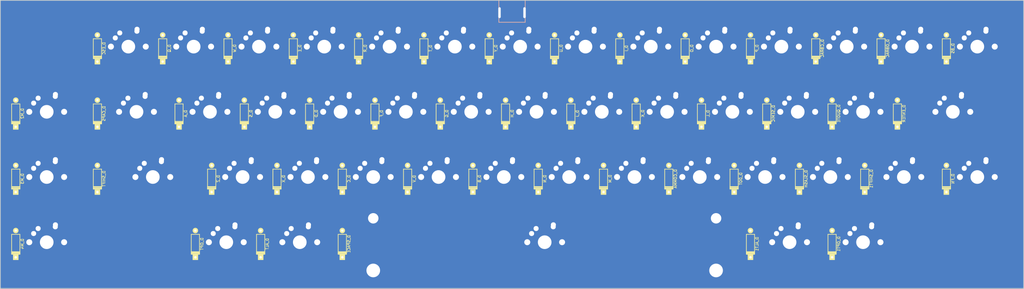
<source format=kicad_pcb>
(kicad_pcb (version 20171130) (host pcbnew "(5.0.0-3-g5ebb6b6)")
  (layers (0 F.Cu signal hide) (31 B.Cu signal hide) (34 B.Paste user) (35 F.Paste user) (36 B.SilkS user) (37 F.SilkS user) (38 B.Mask user) (39 F.Mask user) (44 Edge.Cuts user))
  (net 0 "")
  (net 1 GND)
  (net 2 VCC)
  (net 3 /col0)
  (net 4 /col1)
  (net 5 /col2)
  (net 6 /col3)
  (net 7 /col4)
  (net 8 /col5)
  (net 9 /col6)
  (net 10 /col7)
  (net 11 /col8)
  (net 12 /col9)
  (net 13 /col10)
  (net 14 /col11)
  (net 15 /col12)
  (net 16 /col13)
  (net 17 /col14)
  (net 18 "Net-(K_ESC-Pad1)")
  (net 19 "Net-(D_ESC-Pad2)")
  (net 20 "Net-(K_Q-Pad1)")
  (net 21 "Net-(D_Q-Pad2)")
  (net 22 "Net-(K_W-Pad1)")
  (net 23 "Net-(D_W-Pad2)")
  (net 24 "Net-(K_E-Pad1)")
  (net 25 "Net-(D_E-Pad2)")
  (net 26 "Net-(K_R-Pad1)")
  (net 27 "Net-(D_R-Pad2)")
  (net 28 "Net-(K_T-Pad1)")
  (net 29 "Net-(D_T-Pad2)")
  (net 30 "Net-(K_Y-Pad1)")
  (net 31 "Net-(D_Y-Pad2)")
  (net 32 "Net-(K_U-Pad1)")
  (net 33 "Net-(D_U-Pad2)")
  (net 34 "Net-(K_I-Pad1)")
  (net 35 "Net-(D_I-Pad2)")
  (net 36 "Net-(K_O-Pad1)")
  (net 37 "Net-(D_O-Pad2)")
  (net 38 "Net-(K_P-Pad1)")
  (net 39 "Net-(D_P-Pad2)")
  (net 40 "Net-(K_CBRAC-Pad1)")
  (net 41 "Net-(D_CBRAC-Pad2)")
  (net 42 "Net-(K_OBRAC-Pad1)")
  (net 43 "Net-(D_OBRAC-Pad2)")
  (net 44 "Net-(K_BS-Pad1)")
  (net 45 "Net-(D_BS-Pad2)")
  (net 46 "Net-(K_M2-Pad1)")
  (net 47 "Net-(D_M2-Pad2)")
  (net 48 "Net-(K_CAPS-Pad1)")
  (net 49 "Net-(D_CAPS-Pad2)")
  (net 50 "Net-(K_A-Pad1)")
  (net 51 "Net-(D_A-Pad2)")
  (net 52 "Net-(K_S-Pad1)")
  (net 53 "Net-(D_S-Pad2)")
  (net 54 "Net-(K_D-Pad1)")
  (net 55 "Net-(D_D-Pad2)")
  (net 56 "Net-(K_F-Pad1)")
  (net 57 "Net-(D_F-Pad2)")
  (net 58 "Net-(K_G-Pad1)")
  (net 59 "Net-(D_G-Pad2)")
  (net 60 "Net-(K_H-Pad1)")
  (net 61 "Net-(D_H-Pad2)")
  (net 62 "Net-(K_J-Pad1)")
  (net 63 "Net-(D_J-Pad2)")
  (net 64 "Net-(K_K-Pad1)")
  (net 65 "Net-(D_K-Pad2)")
  (net 66 "Net-(K_L-Pad1)")
  (net 67 "Net-(D_L-Pad2)")
  (net 68 "Net-(K_SEMIC-Pad1)")
  (net 69 "Net-(D_SEMIC-Pad2)")
  (net 70 "Net-(K_QUOTE-Pad1)")
  (net 71 "Net-(D_QUOTE-Pad2)")
  (net 72 "Net-(K_ENTER-Pad1)")
  (net 73 "Net-(D_ENTER-Pad2)")
  (net 74 "Net-(K_M3-Pad1)")
  (net 75 "Net-(D_M3-Pad2)")
  (net 76 "Net-(K_SHIFT-Pad1)")
  (net 77 "Net-(D_SHIFT-Pad2)")
  (net 78 "Net-(K_Z-Pad1)")
  (net 79 "Net-(D_Z-Pad2)")
  (net 80 "Net-(K_X-Pad1)")
  (net 81 "Net-(D_X-Pad2)")
  (net 82 "Net-(K_C-Pad1)")
  (net 83 "Net-(D_C-Pad2)")
  (net 84 "Net-(K_V-Pad1)")
  (net 85 "Net-(D_V-Pad2)")
  (net 86 "Net-(K_B-Pad1)")
  (net 87 "Net-(D_B-Pad2)")
  (net 88 "Net-(K_N-Pad1)")
  (net 89 "Net-(D_N-Pad2)")
  (net 90 "Net-(K_M-Pad1)")
  (net 91 "Net-(D_M-Pad2)")
  (net 92 "Net-(K_COMMA-Pad1)")
  (net 93 "Net-(D_COMMA-Pad2)")
  (net 94 "Net-(K_DOT-Pad1)")
  (net 95 "Net-(D_DOT-Pad2)")
  (net 96 "Net-(K_SLASH-Pad1)")
  (net 97 "Net-(D_SLASH-Pad2)")
  (net 98 "Net-(K_SHIFT1-Pad1)")
  (net 99 "Net-(D_SHIFT1-Pad2)")
  (net 100 "Net-(K_FN-Pad1)")
  (net 101 "Net-(D_FN-Pad2)")
  (net 102 "Net-(K_M4-Pad1)")
  (net 103 "Net-(D_M4-Pad2)")
  (net 104 "Net-(K_OPT-Pad1)")
  (net 105 "Net-(D_OPT-Pad2)")
  (net 106 "Net-(K_ALT-Pad1)")
  (net 107 "Net-(D_ALT-Pad2)")
  (net 108 "Net-(K_SPACE-Pad1)")
  (net 109 "Net-(D_SPACE-Pad2)")
  (net 110 "Net-(K_ALT1-Pad1)")
  (net 111 "Net-(D_ALT1-Pad2)")
  (net 112 "Net-(K_OPT1-Pad1)")
  (net 113 "Net-(D_OPT1-Pad2)")
  (net 114 "Net-(C1-Pad1)")
  (net 115 "Net-(C2-Pad1)")
  (net 116 "Net-(X1-Pad4)")
  (net 117 "Net-(R1-Pad1)")
  (net 118 "Net-(R2-Pad1)")
  (net 119 "Net-(R3-Pad1)")
  (net 120 "Net-(R4-Pad1)")
  (net 121 "Net-(USB1-Pad2)")
  (net 122 "Net-(USB1-Pad3)")
  (net 123 "Net-(USB1-Pad4)")
  (net 124 "Net-(C3-Pad1)")
  (net 125 "Net-(U1-Pad1)")
  (net 126 "Net-(U1-Pad7)")
  (net 127 "Net-(U1-Pad8)")
  (net 128 "Net-(U1-Pad9)")
  (net 129 "Net-(U1-Pad10)")
  (net 130 "Net-(U1-Pad11)")
  (net 131 "Net-(U1-Pad12)")
  (net 132 "Net-(U1-Pad18)")
  (net 133 "Net-(U1-Pad19)")
  (net 134 "Net-(U1-Pad20)")
  (net 135 "Net-(U1-Pad21)")
  (net 136 "Net-(U1-Pad22)")
  (net 137 "Net-(U1-Pad25)")
  (net 138 "Net-(U1-Pad26)")
  (net 139 "Net-(U1-Pad27)")
  (net 140 "Net-(U1-Pad28)")
  (net 141 "Net-(U1-Pad29)")
  (net 142 "Net-(U1-Pad30)")
  (net 143 "Net-(U1-Pad31)")
  (net 144 "Net-(U1-Pad32)")
  (net 145 "Net-(U1-Pad34)")
  (net 146 "Net-(U1-Pad36)")
  (net 147 "Net-(U1-Pad37)")
  (net 148 "Net-(U1-Pad38)")
  (net 149 "Net-(U1-Pad39)")
  (net 150 "Net-(U1-Pad40)")
  (net 151 "Net-(U1-Pad41)")
  (net 152 "Net-(U1-Pad42)")
  (net 153 "Net-(U1-Pad43)")
  (net 154 "Net-(U1-Pad44)")
  (module MX_Alps_Hybrid:MX-1U-NoLED (layer F.Cu) (at 33.3375 9.525)
    (fp_text reference K_ESC)
    (fp_text value KEYSW)
    (pad 1 thru_hole circle (at -2.5 -4) (size 2.25 2.25) (drill 1.47) (layers *.Cu B.Mask) (net 18 "Net-(K_ESC-Pad1)"))
    (pad 1 thru_hole oval (at -3.81 -2.54 48.0996) (size 4.211556 2.25) (drill 1.47 (offset 0.980778 0)) (layers *.Cu B.Mask) (net 18 "Net-(K_ESC-Pad1)"))
    (pad 2 thru_hole oval (at 2.5 -4.5 86.0548) (size 2.831378 2.25) (drill 1.47 (offset 0.290689 0)) (layers *.Cu B.Mask) (net 19 "Net-(D_ESC-Pad2)"))
    (pad 2 thru_hole circle (at 2.54 -5.08) (size 2.25 2.25) (drill 1.47) (layers *.Cu B.Mask) (net 19 "Net-(D_ESC-Pad2)"))
    (pad "" np_thru_hole circle (at 0 0) (size 3.9878 3.9878) (drill 3.9878) (layers *.Cu *.Mask))
    (pad "" np_thru_hole circle (at -5.08 0 48.0996) (size 1.75 1.75) (drill 1.75) (layers *.Cu *.Mask))
    (pad "" np_thru_hole circle (at 5.08 0 48.0996) (size 1.75 1.75) (drill 1.75) (layers *.Cu *.Mask))
  )
  (module keyboard_parts:D_SOD123_axial (layer F.Cu) (at 24.3125 10.025 90)
    (fp_text reference D_ESC (at 0 1.925 90) (layer F.SilkS) (effects (font (size 0.8 0.8)) (justify mirror)))
    (fp_text value D hide)
    (pad 1 smd rect (at -2.7 0 90) (size 2.5 0.5) (layers F.Cu) (net 4 /col1))
    (pad 1 smd rect (at -1.575 0 90) (size 1.2 1.2) (layers F.Cu F.Paste F.Mask) (net 4 /col1))
    (pad 1 thru_hole rect (at -3.9 0 90) (size 1.6 1.6) (drill 0.7) (layers *.Cu *.Mask F.SilkS) (net 4 /col1))
    (pad 2 smd rect (at 1.575 0 90) (size 1.2 1.2) (layers F.Cu F.Paste F.Mask) (net 19 "Net-(D_ESC-Pad2)"))
    (pad 2 smd rect (at 2.7 0 90) (size 2.5 0.5) (layers F.Cu) (net 19 "Net-(D_ESC-Pad2)"))
    (pad 2 thru_hole circle (at 3.9 0 90) (size 1.6 1.6) (drill 0.7) (layers *.Cu *.Mask F.SilkS) (net 19 "Net-(D_ESC-Pad2)"))
  )
  (module MX_Alps_Hybrid:MX-1U-NoLED (layer F.Cu) (at 52.3875 9.525)
    (fp_text reference K_Q)
    (fp_text value KEYSW)
    (pad 1 thru_hole circle (at -2.5 -4) (size 2.25 2.25) (drill 1.47) (layers *.Cu B.Mask) (net 20 "Net-(K_Q-Pad1)"))
    (pad 1 thru_hole oval (at -3.81 -2.54 48.0996) (size 4.211556 2.25) (drill 1.47 (offset 0.980778 0)) (layers *.Cu B.Mask) (net 20 "Net-(K_Q-Pad1)"))
    (pad 2 thru_hole oval (at 2.5 -4.5 86.0548) (size 2.831378 2.25) (drill 1.47 (offset 0.290689 0)) (layers *.Cu B.Mask) (net 21 "Net-(D_Q-Pad2)"))
    (pad 2 thru_hole circle (at 2.54 -5.08) (size 2.25 2.25) (drill 1.47) (layers *.Cu B.Mask) (net 21 "Net-(D_Q-Pad2)"))
    (pad "" np_thru_hole circle (at 0 0) (size 3.9878 3.9878) (drill 3.9878) (layers *.Cu *.Mask))
    (pad "" np_thru_hole circle (at -5.08 0 48.0996) (size 1.75 1.75) (drill 1.75) (layers *.Cu *.Mask))
    (pad "" np_thru_hole circle (at 5.08 0 48.0996) (size 1.75 1.75) (drill 1.75) (layers *.Cu *.Mask))
  )
  (module keyboard_parts:D_SOD123_axial (layer F.Cu) (at 43.3625 10.025 90)
    (fp_text reference D_Q (at 0 1.925 90) (layer F.SilkS) (effects (font (size 0.8 0.8)) (justify mirror)))
    (fp_text value D hide)
    (pad 1 smd rect (at -2.7 0 90) (size 2.5 0.5) (layers F.Cu) (net 5 /col2))
    (pad 1 smd rect (at -1.575 0 90) (size 1.2 1.2) (layers F.Cu F.Paste F.Mask) (net 5 /col2))
    (pad 1 thru_hole rect (at -3.9 0 90) (size 1.6 1.6) (drill 0.7) (layers *.Cu *.Mask F.SilkS) (net 5 /col2))
    (pad 2 smd rect (at 1.575 0 90) (size 1.2 1.2) (layers F.Cu F.Paste F.Mask) (net 21 "Net-(D_Q-Pad2)"))
    (pad 2 smd rect (at 2.7 0 90) (size 2.5 0.5) (layers F.Cu) (net 21 "Net-(D_Q-Pad2)"))
    (pad 2 thru_hole circle (at 3.9 0 90) (size 1.6 1.6) (drill 0.7) (layers *.Cu *.Mask F.SilkS) (net 21 "Net-(D_Q-Pad2)"))
  )
  (module MX_Alps_Hybrid:MX-1U-NoLED (layer F.Cu) (at 71.4375 9.525)
    (fp_text reference K_W)
    (fp_text value KEYSW)
    (pad 1 thru_hole circle (at -2.5 -4) (size 2.25 2.25) (drill 1.47) (layers *.Cu B.Mask) (net 22 "Net-(K_W-Pad1)"))
    (pad 1 thru_hole oval (at -3.81 -2.54 48.0996) (size 4.211556 2.25) (drill 1.47 (offset 0.980778 0)) (layers *.Cu B.Mask) (net 22 "Net-(K_W-Pad1)"))
    (pad 2 thru_hole oval (at 2.5 -4.5 86.0548) (size 2.831378 2.25) (drill 1.47 (offset 0.290689 0)) (layers *.Cu B.Mask) (net 23 "Net-(D_W-Pad2)"))
    (pad 2 thru_hole circle (at 2.54 -5.08) (size 2.25 2.25) (drill 1.47) (layers *.Cu B.Mask) (net 23 "Net-(D_W-Pad2)"))
    (pad "" np_thru_hole circle (at 0 0) (size 3.9878 3.9878) (drill 3.9878) (layers *.Cu *.Mask))
    (pad "" np_thru_hole circle (at -5.08 0 48.0996) (size 1.75 1.75) (drill 1.75) (layers *.Cu *.Mask))
    (pad "" np_thru_hole circle (at 5.08 0 48.0996) (size 1.75 1.75) (drill 1.75) (layers *.Cu *.Mask))
  )
  (module keyboard_parts:D_SOD123_axial (layer F.Cu) (at 62.4125 10.025 90)
    (fp_text reference D_W (at 0 1.925 90) (layer F.SilkS) (effects (font (size 0.8 0.8)) (justify mirror)))
    (fp_text value D hide)
    (pad 1 smd rect (at -2.7 0 90) (size 2.5 0.5) (layers F.Cu) (net 6 /col3))
    (pad 1 smd rect (at -1.575 0 90) (size 1.2 1.2) (layers F.Cu F.Paste F.Mask) (net 6 /col3))
    (pad 1 thru_hole rect (at -3.9 0 90) (size 1.6 1.6) (drill 0.7) (layers *.Cu *.Mask F.SilkS) (net 6 /col3))
    (pad 2 smd rect (at 1.575 0 90) (size 1.2 1.2) (layers F.Cu F.Paste F.Mask) (net 23 "Net-(D_W-Pad2)"))
    (pad 2 smd rect (at 2.7 0 90) (size 2.5 0.5) (layers F.Cu) (net 23 "Net-(D_W-Pad2)"))
    (pad 2 thru_hole circle (at 3.9 0 90) (size 1.6 1.6) (drill 0.7) (layers *.Cu *.Mask F.SilkS) (net 23 "Net-(D_W-Pad2)"))
  )
  (module MX_Alps_Hybrid:MX-1U-NoLED (layer F.Cu) (at 90.4875 9.525)
    (fp_text reference K_E)
    (fp_text value KEYSW)
    (pad 1 thru_hole circle (at -2.5 -4) (size 2.25 2.25) (drill 1.47) (layers *.Cu B.Mask) (net 24 "Net-(K_E-Pad1)"))
    (pad 1 thru_hole oval (at -3.81 -2.54 48.0996) (size 4.211556 2.25) (drill 1.47 (offset 0.980778 0)) (layers *.Cu B.Mask) (net 24 "Net-(K_E-Pad1)"))
    (pad 2 thru_hole oval (at 2.5 -4.5 86.0548) (size 2.831378 2.25) (drill 1.47 (offset 0.290689 0)) (layers *.Cu B.Mask) (net 25 "Net-(D_E-Pad2)"))
    (pad 2 thru_hole circle (at 2.54 -5.08) (size 2.25 2.25) (drill 1.47) (layers *.Cu B.Mask) (net 25 "Net-(D_E-Pad2)"))
    (pad "" np_thru_hole circle (at 0 0) (size 3.9878 3.9878) (drill 3.9878) (layers *.Cu *.Mask))
    (pad "" np_thru_hole circle (at -5.08 0 48.0996) (size 1.75 1.75) (drill 1.75) (layers *.Cu *.Mask))
    (pad "" np_thru_hole circle (at 5.08 0 48.0996) (size 1.75 1.75) (drill 1.75) (layers *.Cu *.Mask))
  )
  (module keyboard_parts:D_SOD123_axial (layer F.Cu) (at 81.4625 10.025 90)
    (fp_text reference D_E (at 0 1.925 90) (layer F.SilkS) (effects (font (size 0.8 0.8)) (justify mirror)))
    (fp_text value D hide)
    (pad 1 smd rect (at -2.7 0 90) (size 2.5 0.5) (layers F.Cu) (net 7 /col4))
    (pad 1 smd rect (at -1.575 0 90) (size 1.2 1.2) (layers F.Cu F.Paste F.Mask) (net 7 /col4))
    (pad 1 thru_hole rect (at -3.9 0 90) (size 1.6 1.6) (drill 0.7) (layers *.Cu *.Mask F.SilkS) (net 7 /col4))
    (pad 2 smd rect (at 1.575 0 90) (size 1.2 1.2) (layers F.Cu F.Paste F.Mask) (net 25 "Net-(D_E-Pad2)"))
    (pad 2 smd rect (at 2.7 0 90) (size 2.5 0.5) (layers F.Cu) (net 25 "Net-(D_E-Pad2)"))
    (pad 2 thru_hole circle (at 3.9 0 90) (size 1.6 1.6) (drill 0.7) (layers *.Cu *.Mask F.SilkS) (net 25 "Net-(D_E-Pad2)"))
  )
  (module MX_Alps_Hybrid:MX-1U-NoLED (layer F.Cu) (at 109.5375 9.525)
    (fp_text reference K_R)
    (fp_text value KEYSW)
    (pad 1 thru_hole circle (at -2.5 -4) (size 2.25 2.25) (drill 1.47) (layers *.Cu B.Mask) (net 26 "Net-(K_R-Pad1)"))
    (pad 1 thru_hole oval (at -3.81 -2.54 48.0996) (size 4.211556 2.25) (drill 1.47 (offset 0.980778 0)) (layers *.Cu B.Mask) (net 26 "Net-(K_R-Pad1)"))
    (pad 2 thru_hole oval (at 2.5 -4.5 86.0548) (size 2.831378 2.25) (drill 1.47 (offset 0.290689 0)) (layers *.Cu B.Mask) (net 27 "Net-(D_R-Pad2)"))
    (pad 2 thru_hole circle (at 2.54 -5.08) (size 2.25 2.25) (drill 1.47) (layers *.Cu B.Mask) (net 27 "Net-(D_R-Pad2)"))
    (pad "" np_thru_hole circle (at 0 0) (size 3.9878 3.9878) (drill 3.9878) (layers *.Cu *.Mask))
    (pad "" np_thru_hole circle (at -5.08 0 48.0996) (size 1.75 1.75) (drill 1.75) (layers *.Cu *.Mask))
    (pad "" np_thru_hole circle (at 5.08 0 48.0996) (size 1.75 1.75) (drill 1.75) (layers *.Cu *.Mask))
  )
  (module keyboard_parts:D_SOD123_axial (layer F.Cu) (at 100.5125 10.025 90)
    (fp_text reference D_R (at 0 1.925 90) (layer F.SilkS) (effects (font (size 0.8 0.8)) (justify mirror)))
    (fp_text value D hide)
    (pad 1 smd rect (at -2.7 0 90) (size 2.5 0.5) (layers F.Cu) (net 8 /col5))
    (pad 1 smd rect (at -1.575 0 90) (size 1.2 1.2) (layers F.Cu F.Paste F.Mask) (net 8 /col5))
    (pad 1 thru_hole rect (at -3.9 0 90) (size 1.6 1.6) (drill 0.7) (layers *.Cu *.Mask F.SilkS) (net 8 /col5))
    (pad 2 smd rect (at 1.575 0 90) (size 1.2 1.2) (layers F.Cu F.Paste F.Mask) (net 27 "Net-(D_R-Pad2)"))
    (pad 2 smd rect (at 2.7 0 90) (size 2.5 0.5) (layers F.Cu) (net 27 "Net-(D_R-Pad2)"))
    (pad 2 thru_hole circle (at 3.9 0 90) (size 1.6 1.6) (drill 0.7) (layers *.Cu *.Mask F.SilkS) (net 27 "Net-(D_R-Pad2)"))
  )
  (module MX_Alps_Hybrid:MX-1U-NoLED (layer F.Cu) (at 128.5875 9.525)
    (fp_text reference K_T)
    (fp_text value KEYSW)
    (pad 1 thru_hole circle (at -2.5 -4) (size 2.25 2.25) (drill 1.47) (layers *.Cu B.Mask) (net 28 "Net-(K_T-Pad1)"))
    (pad 1 thru_hole oval (at -3.81 -2.54 48.0996) (size 4.211556 2.25) (drill 1.47 (offset 0.980778 0)) (layers *.Cu B.Mask) (net 28 "Net-(K_T-Pad1)"))
    (pad 2 thru_hole oval (at 2.5 -4.5 86.0548) (size 2.831378 2.25) (drill 1.47 (offset 0.290689 0)) (layers *.Cu B.Mask) (net 29 "Net-(D_T-Pad2)"))
    (pad 2 thru_hole circle (at 2.54 -5.08) (size 2.25 2.25) (drill 1.47) (layers *.Cu B.Mask) (net 29 "Net-(D_T-Pad2)"))
    (pad "" np_thru_hole circle (at 0 0) (size 3.9878 3.9878) (drill 3.9878) (layers *.Cu *.Mask))
    (pad "" np_thru_hole circle (at -5.08 0 48.0996) (size 1.75 1.75) (drill 1.75) (layers *.Cu *.Mask))
    (pad "" np_thru_hole circle (at 5.08 0 48.0996) (size 1.75 1.75) (drill 1.75) (layers *.Cu *.Mask))
  )
  (module keyboard_parts:D_SOD123_axial (layer F.Cu) (at 119.5625 10.025 90)
    (fp_text reference D_T (at 0 1.925 90) (layer F.SilkS) (effects (font (size 0.8 0.8)) (justify mirror)))
    (fp_text value D hide)
    (pad 1 smd rect (at -2.7 0 90) (size 2.5 0.5) (layers F.Cu) (net 9 /col6))
    (pad 1 smd rect (at -1.575 0 90) (size 1.2 1.2) (layers F.Cu F.Paste F.Mask) (net 9 /col6))
    (pad 1 thru_hole rect (at -3.9 0 90) (size 1.6 1.6) (drill 0.7) (layers *.Cu *.Mask F.SilkS) (net 9 /col6))
    (pad 2 smd rect (at 1.575 0 90) (size 1.2 1.2) (layers F.Cu F.Paste F.Mask) (net 29 "Net-(D_T-Pad2)"))
    (pad 2 smd rect (at 2.7 0 90) (size 2.5 0.5) (layers F.Cu) (net 29 "Net-(D_T-Pad2)"))
    (pad 2 thru_hole circle (at 3.9 0 90) (size 1.6 1.6) (drill 0.7) (layers *.Cu *.Mask F.SilkS) (net 29 "Net-(D_T-Pad2)"))
  )
  (module MX_Alps_Hybrid:MX-1U-NoLED (layer F.Cu) (at 147.6375 9.525)
    (fp_text reference K_Y)
    (fp_text value KEYSW)
    (pad 1 thru_hole circle (at -2.5 -4) (size 2.25 2.25) (drill 1.47) (layers *.Cu B.Mask) (net 30 "Net-(K_Y-Pad1)"))
    (pad 1 thru_hole oval (at -3.81 -2.54 48.0996) (size 4.211556 2.25) (drill 1.47 (offset 0.980778 0)) (layers *.Cu B.Mask) (net 30 "Net-(K_Y-Pad1)"))
    (pad 2 thru_hole oval (at 2.5 -4.5 86.0548) (size 2.831378 2.25) (drill 1.47 (offset 0.290689 0)) (layers *.Cu B.Mask) (net 31 "Net-(D_Y-Pad2)"))
    (pad 2 thru_hole circle (at 2.54 -5.08) (size 2.25 2.25) (drill 1.47) (layers *.Cu B.Mask) (net 31 "Net-(D_Y-Pad2)"))
    (pad "" np_thru_hole circle (at 0 0) (size 3.9878 3.9878) (drill 3.9878) (layers *.Cu *.Mask))
    (pad "" np_thru_hole circle (at -5.08 0 48.0996) (size 1.75 1.75) (drill 1.75) (layers *.Cu *.Mask))
    (pad "" np_thru_hole circle (at 5.08 0 48.0996) (size 1.75 1.75) (drill 1.75) (layers *.Cu *.Mask))
  )
  (module keyboard_parts:D_SOD123_axial (layer F.Cu) (at 138.6125 10.025 90)
    (fp_text reference D_Y (at 0 1.925 90) (layer F.SilkS) (effects (font (size 0.8 0.8)) (justify mirror)))
    (fp_text value D hide)
    (pad 1 smd rect (at -2.7 0 90) (size 2.5 0.5) (layers F.Cu) (net 10 /col7))
    (pad 1 smd rect (at -1.575 0 90) (size 1.2 1.2) (layers F.Cu F.Paste F.Mask) (net 10 /col7))
    (pad 1 thru_hole rect (at -3.9 0 90) (size 1.6 1.6) (drill 0.7) (layers *.Cu *.Mask F.SilkS) (net 10 /col7))
    (pad 2 smd rect (at 1.575 0 90) (size 1.2 1.2) (layers F.Cu F.Paste F.Mask) (net 31 "Net-(D_Y-Pad2)"))
    (pad 2 smd rect (at 2.7 0 90) (size 2.5 0.5) (layers F.Cu) (net 31 "Net-(D_Y-Pad2)"))
    (pad 2 thru_hole circle (at 3.9 0 90) (size 1.6 1.6) (drill 0.7) (layers *.Cu *.Mask F.SilkS) (net 31 "Net-(D_Y-Pad2)"))
  )
  (module MX_Alps_Hybrid:MX-1U-NoLED (layer F.Cu) (at 166.6875 9.525)
    (fp_text reference K_U)
    (fp_text value KEYSW)
    (pad 1 thru_hole circle (at -2.5 -4) (size 2.25 2.25) (drill 1.47) (layers *.Cu B.Mask) (net 32 "Net-(K_U-Pad1)"))
    (pad 1 thru_hole oval (at -3.81 -2.54 48.0996) (size 4.211556 2.25) (drill 1.47 (offset 0.980778 0)) (layers *.Cu B.Mask) (net 32 "Net-(K_U-Pad1)"))
    (pad 2 thru_hole oval (at 2.5 -4.5 86.0548) (size 2.831378 2.25) (drill 1.47 (offset 0.290689 0)) (layers *.Cu B.Mask) (net 33 "Net-(D_U-Pad2)"))
    (pad 2 thru_hole circle (at 2.54 -5.08) (size 2.25 2.25) (drill 1.47) (layers *.Cu B.Mask) (net 33 "Net-(D_U-Pad2)"))
    (pad "" np_thru_hole circle (at 0 0) (size 3.9878 3.9878) (drill 3.9878) (layers *.Cu *.Mask))
    (pad "" np_thru_hole circle (at -5.08 0 48.0996) (size 1.75 1.75) (drill 1.75) (layers *.Cu *.Mask))
    (pad "" np_thru_hole circle (at 5.08 0 48.0996) (size 1.75 1.75) (drill 1.75) (layers *.Cu *.Mask))
  )
  (module keyboard_parts:D_SOD123_axial (layer F.Cu) (at 157.6625 10.025 90)
    (fp_text reference D_U (at 0 1.925 90) (layer F.SilkS) (effects (font (size 0.8 0.8)) (justify mirror)))
    (fp_text value D hide)
    (pad 1 smd rect (at -2.7 0 90) (size 2.5 0.5) (layers F.Cu) (net 11 /col8))
    (pad 1 smd rect (at -1.575 0 90) (size 1.2 1.2) (layers F.Cu F.Paste F.Mask) (net 11 /col8))
    (pad 1 thru_hole rect (at -3.9 0 90) (size 1.6 1.6) (drill 0.7) (layers *.Cu *.Mask F.SilkS) (net 11 /col8))
    (pad 2 smd rect (at 1.575 0 90) (size 1.2 1.2) (layers F.Cu F.Paste F.Mask) (net 33 "Net-(D_U-Pad2)"))
    (pad 2 smd rect (at 2.7 0 90) (size 2.5 0.5) (layers F.Cu) (net 33 "Net-(D_U-Pad2)"))
    (pad 2 thru_hole circle (at 3.9 0 90) (size 1.6 1.6) (drill 0.7) (layers *.Cu *.Mask F.SilkS) (net 33 "Net-(D_U-Pad2)"))
  )
  (module MX_Alps_Hybrid:MX-1U-NoLED (layer F.Cu) (at 185.7375 9.525)
    (fp_text reference K_I)
    (fp_text value KEYSW)
    (pad 1 thru_hole circle (at -2.5 -4) (size 2.25 2.25) (drill 1.47) (layers *.Cu B.Mask) (net 34 "Net-(K_I-Pad1)"))
    (pad 1 thru_hole oval (at -3.81 -2.54 48.0996) (size 4.211556 2.25) (drill 1.47 (offset 0.980778 0)) (layers *.Cu B.Mask) (net 34 "Net-(K_I-Pad1)"))
    (pad 2 thru_hole oval (at 2.5 -4.5 86.0548) (size 2.831378 2.25) (drill 1.47 (offset 0.290689 0)) (layers *.Cu B.Mask) (net 35 "Net-(D_I-Pad2)"))
    (pad 2 thru_hole circle (at 2.54 -5.08) (size 2.25 2.25) (drill 1.47) (layers *.Cu B.Mask) (net 35 "Net-(D_I-Pad2)"))
    (pad "" np_thru_hole circle (at 0 0) (size 3.9878 3.9878) (drill 3.9878) (layers *.Cu *.Mask))
    (pad "" np_thru_hole circle (at -5.08 0 48.0996) (size 1.75 1.75) (drill 1.75) (layers *.Cu *.Mask))
    (pad "" np_thru_hole circle (at 5.08 0 48.0996) (size 1.75 1.75) (drill 1.75) (layers *.Cu *.Mask))
  )
  (module keyboard_parts:D_SOD123_axial (layer F.Cu) (at 176.7125 10.025 90)
    (fp_text reference D_I (at 0 1.925 90) (layer F.SilkS) (effects (font (size 0.8 0.8)) (justify mirror)))
    (fp_text value D hide)
    (pad 1 smd rect (at -2.7 0 90) (size 2.5 0.5) (layers F.Cu) (net 12 /col9))
    (pad 1 smd rect (at -1.575 0 90) (size 1.2 1.2) (layers F.Cu F.Paste F.Mask) (net 12 /col9))
    (pad 1 thru_hole rect (at -3.9 0 90) (size 1.6 1.6) (drill 0.7) (layers *.Cu *.Mask F.SilkS) (net 12 /col9))
    (pad 2 smd rect (at 1.575 0 90) (size 1.2 1.2) (layers F.Cu F.Paste F.Mask) (net 35 "Net-(D_I-Pad2)"))
    (pad 2 smd rect (at 2.7 0 90) (size 2.5 0.5) (layers F.Cu) (net 35 "Net-(D_I-Pad2)"))
    (pad 2 thru_hole circle (at 3.9 0 90) (size 1.6 1.6) (drill 0.7) (layers *.Cu *.Mask F.SilkS) (net 35 "Net-(D_I-Pad2)"))
  )
  (module MX_Alps_Hybrid:MX-1U-NoLED (layer F.Cu) (at 204.7875 9.525)
    (fp_text reference K_O)
    (fp_text value KEYSW)
    (pad 1 thru_hole circle (at -2.5 -4) (size 2.25 2.25) (drill 1.47) (layers *.Cu B.Mask) (net 36 "Net-(K_O-Pad1)"))
    (pad 1 thru_hole oval (at -3.81 -2.54 48.0996) (size 4.211556 2.25) (drill 1.47 (offset 0.980778 0)) (layers *.Cu B.Mask) (net 36 "Net-(K_O-Pad1)"))
    (pad 2 thru_hole oval (at 2.5 -4.5 86.0548) (size 2.831378 2.25) (drill 1.47 (offset 0.290689 0)) (layers *.Cu B.Mask) (net 37 "Net-(D_O-Pad2)"))
    (pad 2 thru_hole circle (at 2.54 -5.08) (size 2.25 2.25) (drill 1.47) (layers *.Cu B.Mask) (net 37 "Net-(D_O-Pad2)"))
    (pad "" np_thru_hole circle (at 0 0) (size 3.9878 3.9878) (drill 3.9878) (layers *.Cu *.Mask))
    (pad "" np_thru_hole circle (at -5.08 0 48.0996) (size 1.75 1.75) (drill 1.75) (layers *.Cu *.Mask))
    (pad "" np_thru_hole circle (at 5.08 0 48.0996) (size 1.75 1.75) (drill 1.75) (layers *.Cu *.Mask))
  )
  (module keyboard_parts:D_SOD123_axial (layer F.Cu) (at 195.7625 10.025 90)
    (fp_text reference D_O (at 0 1.925 90) (layer F.SilkS) (effects (font (size 0.8 0.8)) (justify mirror)))
    (fp_text value D hide)
    (pad 1 smd rect (at -2.7 0 90) (size 2.5 0.5) (layers F.Cu) (net 13 /col10))
    (pad 1 smd rect (at -1.575 0 90) (size 1.2 1.2) (layers F.Cu F.Paste F.Mask) (net 13 /col10))
    (pad 1 thru_hole rect (at -3.9 0 90) (size 1.6 1.6) (drill 0.7) (layers *.Cu *.Mask F.SilkS) (net 13 /col10))
    (pad 2 smd rect (at 1.575 0 90) (size 1.2 1.2) (layers F.Cu F.Paste F.Mask) (net 37 "Net-(D_O-Pad2)"))
    (pad 2 smd rect (at 2.7 0 90) (size 2.5 0.5) (layers F.Cu) (net 37 "Net-(D_O-Pad2)"))
    (pad 2 thru_hole circle (at 3.9 0 90) (size 1.6 1.6) (drill 0.7) (layers *.Cu *.Mask F.SilkS) (net 37 "Net-(D_O-Pad2)"))
  )
  (module MX_Alps_Hybrid:MX-1U-NoLED (layer F.Cu) (at 223.8375 9.525)
    (fp_text reference K_P)
    (fp_text value KEYSW)
    (pad 1 thru_hole circle (at -2.5 -4) (size 2.25 2.25) (drill 1.47) (layers *.Cu B.Mask) (net 38 "Net-(K_P-Pad1)"))
    (pad 1 thru_hole oval (at -3.81 -2.54 48.0996) (size 4.211556 2.25) (drill 1.47 (offset 0.980778 0)) (layers *.Cu B.Mask) (net 38 "Net-(K_P-Pad1)"))
    (pad 2 thru_hole oval (at 2.5 -4.5 86.0548) (size 2.831378 2.25) (drill 1.47 (offset 0.290689 0)) (layers *.Cu B.Mask) (net 39 "Net-(D_P-Pad2)"))
    (pad 2 thru_hole circle (at 2.54 -5.08) (size 2.25 2.25) (drill 1.47) (layers *.Cu B.Mask) (net 39 "Net-(D_P-Pad2)"))
    (pad "" np_thru_hole circle (at 0 0) (size 3.9878 3.9878) (drill 3.9878) (layers *.Cu *.Mask))
    (pad "" np_thru_hole circle (at -5.08 0 48.0996) (size 1.75 1.75) (drill 1.75) (layers *.Cu *.Mask))
    (pad "" np_thru_hole circle (at 5.08 0 48.0996) (size 1.75 1.75) (drill 1.75) (layers *.Cu *.Mask))
  )
  (module keyboard_parts:D_SOD123_axial (layer F.Cu) (at 214.8125 10.025 90)
    (fp_text reference D_P (at 0 1.925 90) (layer F.SilkS) (effects (font (size 0.8 0.8)) (justify mirror)))
    (fp_text value D hide)
    (pad 1 smd rect (at -2.7 0 90) (size 2.5 0.5) (layers F.Cu) (net 14 /col11))
    (pad 1 smd rect (at -1.575 0 90) (size 1.2 1.2) (layers F.Cu F.Paste F.Mask) (net 14 /col11))
    (pad 1 thru_hole rect (at -3.9 0 90) (size 1.6 1.6) (drill 0.7) (layers *.Cu *.Mask F.SilkS) (net 14 /col11))
    (pad 2 smd rect (at 1.575 0 90) (size 1.2 1.2) (layers F.Cu F.Paste F.Mask) (net 39 "Net-(D_P-Pad2)"))
    (pad 2 smd rect (at 2.7 0 90) (size 2.5 0.5) (layers F.Cu) (net 39 "Net-(D_P-Pad2)"))
    (pad 2 thru_hole circle (at 3.9 0 90) (size 1.6 1.6) (drill 0.7) (layers *.Cu *.Mask F.SilkS) (net 39 "Net-(D_P-Pad2)"))
  )
  (module MX_Alps_Hybrid:MX-1U-NoLED (layer F.Cu) (at 242.8875 9.525)
    (fp_text reference K_CBRAC)
    (fp_text value KEYSW)
    (pad 1 thru_hole circle (at -2.5 -4) (size 2.25 2.25) (drill 1.47) (layers *.Cu B.Mask) (net 40 "Net-(K_CBRAC-Pad1)"))
    (pad 1 thru_hole oval (at -3.81 -2.54 48.0996) (size 4.211556 2.25) (drill 1.47 (offset 0.980778 0)) (layers *.Cu B.Mask) (net 40 "Net-(K_CBRAC-Pad1)"))
    (pad 2 thru_hole oval (at 2.5 -4.5 86.0548) (size 2.831378 2.25) (drill 1.47 (offset 0.290689 0)) (layers *.Cu B.Mask) (net 41 "Net-(D_CBRAC-Pad2)"))
    (pad 2 thru_hole circle (at 2.54 -5.08) (size 2.25 2.25) (drill 1.47) (layers *.Cu B.Mask) (net 41 "Net-(D_CBRAC-Pad2)"))
    (pad "" np_thru_hole circle (at 0 0) (size 3.9878 3.9878) (drill 3.9878) (layers *.Cu *.Mask))
    (pad "" np_thru_hole circle (at -5.08 0 48.0996) (size 1.75 1.75) (drill 1.75) (layers *.Cu *.Mask))
    (pad "" np_thru_hole circle (at 5.08 0 48.0996) (size 1.75 1.75) (drill 1.75) (layers *.Cu *.Mask))
  )
  (module keyboard_parts:D_SOD123_axial (layer F.Cu) (at 233.8625 10.025 90)
    (fp_text reference D_CBRAC (at 0 1.925 90) (layer F.SilkS) (effects (font (size 0.8 0.8)) (justify mirror)))
    (fp_text value D hide)
    (pad 1 smd rect (at -2.7 0 90) (size 2.5 0.5) (layers F.Cu) (net 15 /col12))
    (pad 1 smd rect (at -1.575 0 90) (size 1.2 1.2) (layers F.Cu F.Paste F.Mask) (net 15 /col12))
    (pad 1 thru_hole rect (at -3.9 0 90) (size 1.6 1.6) (drill 0.7) (layers *.Cu *.Mask F.SilkS) (net 15 /col12))
    (pad 2 smd rect (at 1.575 0 90) (size 1.2 1.2) (layers F.Cu F.Paste F.Mask) (net 41 "Net-(D_CBRAC-Pad2)"))
    (pad 2 smd rect (at 2.7 0 90) (size 2.5 0.5) (layers F.Cu) (net 41 "Net-(D_CBRAC-Pad2)"))
    (pad 2 thru_hole circle (at 3.9 0 90) (size 1.6 1.6) (drill 0.7) (layers *.Cu *.Mask F.SilkS) (net 41 "Net-(D_CBRAC-Pad2)"))
  )
  (module MX_Alps_Hybrid:MX-1U-NoLED (layer F.Cu) (at 261.9375 9.525)
    (fp_text reference K_OBRAC)
    (fp_text value KEYSW)
    (pad 1 thru_hole circle (at -2.5 -4) (size 2.25 2.25) (drill 1.47) (layers *.Cu B.Mask) (net 42 "Net-(K_OBRAC-Pad1)"))
    (pad 1 thru_hole oval (at -3.81 -2.54 48.0996) (size 4.211556 2.25) (drill 1.47 (offset 0.980778 0)) (layers *.Cu B.Mask) (net 42 "Net-(K_OBRAC-Pad1)"))
    (pad 2 thru_hole oval (at 2.5 -4.5 86.0548) (size 2.831378 2.25) (drill 1.47 (offset 0.290689 0)) (layers *.Cu B.Mask) (net 43 "Net-(D_OBRAC-Pad2)"))
    (pad 2 thru_hole circle (at 2.54 -5.08) (size 2.25 2.25) (drill 1.47) (layers *.Cu B.Mask) (net 43 "Net-(D_OBRAC-Pad2)"))
    (pad "" np_thru_hole circle (at 0 0) (size 3.9878 3.9878) (drill 3.9878) (layers *.Cu *.Mask))
    (pad "" np_thru_hole circle (at -5.08 0 48.0996) (size 1.75 1.75) (drill 1.75) (layers *.Cu *.Mask))
    (pad "" np_thru_hole circle (at 5.08 0 48.0996) (size 1.75 1.75) (drill 1.75) (layers *.Cu *.Mask))
  )
  (module keyboard_parts:D_SOD123_axial (layer F.Cu) (at 252.9125 10.025 90)
    (fp_text reference D_OBRAC (at 0 1.925 90) (layer F.SilkS) (effects (font (size 0.8 0.8)) (justify mirror)))
    (fp_text value D hide)
    (pad 1 smd rect (at -2.7 0 90) (size 2.5 0.5) (layers F.Cu) (net 16 /col13))
    (pad 1 smd rect (at -1.575 0 90) (size 1.2 1.2) (layers F.Cu F.Paste F.Mask) (net 16 /col13))
    (pad 1 thru_hole rect (at -3.9 0 90) (size 1.6 1.6) (drill 0.7) (layers *.Cu *.Mask F.SilkS) (net 16 /col13))
    (pad 2 smd rect (at 1.575 0 90) (size 1.2 1.2) (layers F.Cu F.Paste F.Mask) (net 43 "Net-(D_OBRAC-Pad2)"))
    (pad 2 smd rect (at 2.7 0 90) (size 2.5 0.5) (layers F.Cu) (net 43 "Net-(D_OBRAC-Pad2)"))
    (pad 2 thru_hole circle (at 3.9 0 90) (size 1.6 1.6) (drill 0.7) (layers *.Cu *.Mask F.SilkS) (net 43 "Net-(D_OBRAC-Pad2)"))
  )
  (module MX_Alps_Hybrid:MX-1U-NoLED (layer F.Cu) (at 280.9875 9.525)
    (fp_text reference K_BS)
    (fp_text value KEYSW)
    (pad 1 thru_hole circle (at -2.5 -4) (size 2.25 2.25) (drill 1.47) (layers *.Cu B.Mask) (net 44 "Net-(K_BS-Pad1)"))
    (pad 1 thru_hole oval (at -3.81 -2.54 48.0996) (size 4.211556 2.25) (drill 1.47 (offset 0.980778 0)) (layers *.Cu B.Mask) (net 44 "Net-(K_BS-Pad1)"))
    (pad 2 thru_hole oval (at 2.5 -4.5 86.0548) (size 2.831378 2.25) (drill 1.47 (offset 0.290689 0)) (layers *.Cu B.Mask) (net 45 "Net-(D_BS-Pad2)"))
    (pad 2 thru_hole circle (at 2.54 -5.08) (size 2.25 2.25) (drill 1.47) (layers *.Cu B.Mask) (net 45 "Net-(D_BS-Pad2)"))
    (pad "" np_thru_hole circle (at 0 0) (size 3.9878 3.9878) (drill 3.9878) (layers *.Cu *.Mask))
    (pad "" np_thru_hole circle (at -5.08 0 48.0996) (size 1.75 1.75) (drill 1.75) (layers *.Cu *.Mask))
    (pad "" np_thru_hole circle (at 5.08 0 48.0996) (size 1.75 1.75) (drill 1.75) (layers *.Cu *.Mask))
  )
  (module keyboard_parts:D_SOD123_axial (layer F.Cu) (at 271.9625 10.025 90)
    (fp_text reference D_BS (at 0 1.925 90) (layer F.SilkS) (effects (font (size 0.8 0.8)) (justify mirror)))
    (fp_text value D hide)
    (pad 1 smd rect (at -2.7 0 90) (size 2.5 0.5) (layers F.Cu) (net 17 /col14))
    (pad 1 smd rect (at -1.575 0 90) (size 1.2 1.2) (layers F.Cu F.Paste F.Mask) (net 17 /col14))
    (pad 1 thru_hole rect (at -3.9 0 90) (size 1.6 1.6) (drill 0.7) (layers *.Cu *.Mask F.SilkS) (net 17 /col14))
    (pad 2 smd rect (at 1.575 0 90) (size 1.2 1.2) (layers F.Cu F.Paste F.Mask) (net 45 "Net-(D_BS-Pad2)"))
    (pad 2 smd rect (at 2.7 0 90) (size 2.5 0.5) (layers F.Cu) (net 45 "Net-(D_BS-Pad2)"))
    (pad 2 thru_hole circle (at 3.9 0 90) (size 1.6 1.6) (drill 0.7) (layers *.Cu *.Mask F.SilkS) (net 45 "Net-(D_BS-Pad2)"))
  )
  (module MX_Alps_Hybrid:MX-1U-NoLED (layer F.Cu) (at 9.525 28.575)
    (fp_text reference K_M2)
    (fp_text value KEYSW)
    (pad 1 thru_hole circle (at -2.5 -4) (size 2.25 2.25) (drill 1.47) (layers *.Cu B.Mask) (net 46 "Net-(K_M2-Pad1)"))
    (pad 1 thru_hole oval (at -3.81 -2.54 48.0996) (size 4.211556 2.25) (drill 1.47 (offset 0.980778 0)) (layers *.Cu B.Mask) (net 46 "Net-(K_M2-Pad1)"))
    (pad 2 thru_hole oval (at 2.5 -4.5 86.0548) (size 2.831378 2.25) (drill 1.47 (offset 0.290689 0)) (layers *.Cu B.Mask) (net 47 "Net-(D_M2-Pad2)"))
    (pad 2 thru_hole circle (at 2.54 -5.08) (size 2.25 2.25) (drill 1.47) (layers *.Cu B.Mask) (net 47 "Net-(D_M2-Pad2)"))
    (pad "" np_thru_hole circle (at 0 0) (size 3.9878 3.9878) (drill 3.9878) (layers *.Cu *.Mask))
    (pad "" np_thru_hole circle (at -5.08 0 48.0996) (size 1.75 1.75) (drill 1.75) (layers *.Cu *.Mask))
    (pad "" np_thru_hole circle (at 5.08 0 48.0996) (size 1.75 1.75) (drill 1.75) (layers *.Cu *.Mask))
  )
  (module keyboard_parts:D_SOD123_axial (layer F.Cu) (at 0.5 29.075 90)
    (fp_text reference D_M2 (at 0 1.925 90) (layer F.SilkS) (effects (font (size 0.8 0.8)) (justify mirror)))
    (fp_text value D hide)
    (pad 1 smd rect (at -2.7 0 90) (size 2.5 0.5) (layers F.Cu) (net 3 /col0))
    (pad 1 smd rect (at -1.575 0 90) (size 1.2 1.2) (layers F.Cu F.Paste F.Mask) (net 3 /col0))
    (pad 1 thru_hole rect (at -3.9 0 90) (size 1.6 1.6) (drill 0.7) (layers *.Cu *.Mask F.SilkS) (net 3 /col0))
    (pad 2 smd rect (at 1.575 0 90) (size 1.2 1.2) (layers F.Cu F.Paste F.Mask) (net 47 "Net-(D_M2-Pad2)"))
    (pad 2 smd rect (at 2.7 0 90) (size 2.5 0.5) (layers F.Cu) (net 47 "Net-(D_M2-Pad2)"))
    (pad 2 thru_hole circle (at 3.9 0 90) (size 1.6 1.6) (drill 0.7) (layers *.Cu *.Mask F.SilkS) (net 47 "Net-(D_M2-Pad2)"))
  )
  (module MX_Alps_Hybrid:MX-1.25U-NoLED (layer F.Cu) (at 35.71875 28.575)
    (fp_text reference K_CAPS)
    (fp_text value KEYSW)
    (pad 1 thru_hole circle (at -2.5 -4) (size 2.25 2.25) (drill 1.47) (layers *.Cu B.Mask) (net 48 "Net-(K_CAPS-Pad1)"))
    (pad 1 thru_hole oval (at -3.81 -2.54 48.0996) (size 4.211556 2.25) (drill 1.47 (offset 0.980778 0)) (layers *.Cu B.Mask) (net 48 "Net-(K_CAPS-Pad1)"))
    (pad 2 thru_hole oval (at 2.5 -4.5 86.0548) (size 2.831378 2.25) (drill 1.47 (offset 0.290689 0)) (layers *.Cu B.Mask) (net 49 "Net-(D_CAPS-Pad2)"))
    (pad 2 thru_hole circle (at 2.54 -5.08) (size 2.25 2.25) (drill 1.47) (layers *.Cu B.Mask) (net 49 "Net-(D_CAPS-Pad2)"))
    (pad "" np_thru_hole circle (at 0 0) (size 3.9878 3.9878) (drill 3.9878) (layers *.Cu *.Mask))
    (pad "" np_thru_hole circle (at -5.08 0 48.0996) (size 1.75 1.75) (drill 1.75) (layers *.Cu *.Mask))
    (pad "" np_thru_hole circle (at 5.08 0 48.0996) (size 1.75 1.75) (drill 1.75) (layers *.Cu *.Mask))
  )
  (module keyboard_parts:D_SOD123_axial (layer F.Cu) (at 24.3125 29.075 90)
    (fp_text reference D_CAPS (at 0 1.925 90) (layer F.SilkS) (effects (font (size 0.8 0.8)) (justify mirror)))
    (fp_text value D hide)
    (pad 1 smd rect (at -2.7 0 90) (size 2.5 0.5) (layers F.Cu) (net 4 /col1))
    (pad 1 smd rect (at -1.575 0 90) (size 1.2 1.2) (layers F.Cu F.Paste F.Mask) (net 4 /col1))
    (pad 1 thru_hole rect (at -3.9 0 90) (size 1.6 1.6) (drill 0.7) (layers *.Cu *.Mask F.SilkS) (net 4 /col1))
    (pad 2 smd rect (at 1.575 0 90) (size 1.2 1.2) (layers F.Cu F.Paste F.Mask) (net 49 "Net-(D_CAPS-Pad2)"))
    (pad 2 smd rect (at 2.7 0 90) (size 2.5 0.5) (layers F.Cu) (net 49 "Net-(D_CAPS-Pad2)"))
    (pad 2 thru_hole circle (at 3.9 0 90) (size 1.6 1.6) (drill 0.7) (layers *.Cu *.Mask F.SilkS) (net 49 "Net-(D_CAPS-Pad2)"))
  )
  (module MX_Alps_Hybrid:MX-1U-NoLED (layer F.Cu) (at 57.15 28.575)
    (fp_text reference K_A)
    (fp_text value KEYSW)
    (pad 1 thru_hole circle (at -2.5 -4) (size 2.25 2.25) (drill 1.47) (layers *.Cu B.Mask) (net 50 "Net-(K_A-Pad1)"))
    (pad 1 thru_hole oval (at -3.81 -2.54 48.0996) (size 4.211556 2.25) (drill 1.47 (offset 0.980778 0)) (layers *.Cu B.Mask) (net 50 "Net-(K_A-Pad1)"))
    (pad 2 thru_hole oval (at 2.5 -4.5 86.0548) (size 2.831378 2.25) (drill 1.47 (offset 0.290689 0)) (layers *.Cu B.Mask) (net 51 "Net-(D_A-Pad2)"))
    (pad 2 thru_hole circle (at 2.54 -5.08) (size 2.25 2.25) (drill 1.47) (layers *.Cu B.Mask) (net 51 "Net-(D_A-Pad2)"))
    (pad "" np_thru_hole circle (at 0 0) (size 3.9878 3.9878) (drill 3.9878) (layers *.Cu *.Mask))
    (pad "" np_thru_hole circle (at -5.08 0 48.0996) (size 1.75 1.75) (drill 1.75) (layers *.Cu *.Mask))
    (pad "" np_thru_hole circle (at 5.08 0 48.0996) (size 1.75 1.75) (drill 1.75) (layers *.Cu *.Mask))
  )
  (module keyboard_parts:D_SOD123_axial (layer F.Cu) (at 48.125 29.075 90)
    (fp_text reference D_A (at 0 1.925 90) (layer F.SilkS) (effects (font (size 0.8 0.8)) (justify mirror)))
    (fp_text value D hide)
    (pad 1 smd rect (at -2.7 0 90) (size 2.5 0.5) (layers F.Cu) (net 6 /col3))
    (pad 1 smd rect (at -1.575 0 90) (size 1.2 1.2) (layers F.Cu F.Paste F.Mask) (net 6 /col3))
    (pad 1 thru_hole rect (at -3.9 0 90) (size 1.6 1.6) (drill 0.7) (layers *.Cu *.Mask F.SilkS) (net 6 /col3))
    (pad 2 smd rect (at 1.575 0 90) (size 1.2 1.2) (layers F.Cu F.Paste F.Mask) (net 51 "Net-(D_A-Pad2)"))
    (pad 2 smd rect (at 2.7 0 90) (size 2.5 0.5) (layers F.Cu) (net 51 "Net-(D_A-Pad2)"))
    (pad 2 thru_hole circle (at 3.9 0 90) (size 1.6 1.6) (drill 0.7) (layers *.Cu *.Mask F.SilkS) (net 51 "Net-(D_A-Pad2)"))
  )
  (module MX_Alps_Hybrid:MX-1U-NoLED (layer F.Cu) (at 76.2 28.575)
    (fp_text reference K_S)
    (fp_text value KEYSW)
    (pad 1 thru_hole circle (at -2.5 -4) (size 2.25 2.25) (drill 1.47) (layers *.Cu B.Mask) (net 52 "Net-(K_S-Pad1)"))
    (pad 1 thru_hole oval (at -3.81 -2.54 48.0996) (size 4.211556 2.25) (drill 1.47 (offset 0.980778 0)) (layers *.Cu B.Mask) (net 52 "Net-(K_S-Pad1)"))
    (pad 2 thru_hole oval (at 2.5 -4.5 86.0548) (size 2.831378 2.25) (drill 1.47 (offset 0.290689 0)) (layers *.Cu B.Mask) (net 53 "Net-(D_S-Pad2)"))
    (pad 2 thru_hole circle (at 2.54 -5.08) (size 2.25 2.25) (drill 1.47) (layers *.Cu B.Mask) (net 53 "Net-(D_S-Pad2)"))
    (pad "" np_thru_hole circle (at 0 0) (size 3.9878 3.9878) (drill 3.9878) (layers *.Cu *.Mask))
    (pad "" np_thru_hole circle (at -5.08 0 48.0996) (size 1.75 1.75) (drill 1.75) (layers *.Cu *.Mask))
    (pad "" np_thru_hole circle (at 5.08 0 48.0996) (size 1.75 1.75) (drill 1.75) (layers *.Cu *.Mask))
  )
  (module keyboard_parts:D_SOD123_axial (layer F.Cu) (at 67.175 29.075 90)
    (fp_text reference D_S (at 0 1.925 90) (layer F.SilkS) (effects (font (size 0.8 0.8)) (justify mirror)))
    (fp_text value D hide)
    (pad 1 smd rect (at -2.7 0 90) (size 2.5 0.5) (layers F.Cu) (net 7 /col4))
    (pad 1 smd rect (at -1.575 0 90) (size 1.2 1.2) (layers F.Cu F.Paste F.Mask) (net 7 /col4))
    (pad 1 thru_hole rect (at -3.9 0 90) (size 1.6 1.6) (drill 0.7) (layers *.Cu *.Mask F.SilkS) (net 7 /col4))
    (pad 2 smd rect (at 1.575 0 90) (size 1.2 1.2) (layers F.Cu F.Paste F.Mask) (net 53 "Net-(D_S-Pad2)"))
    (pad 2 smd rect (at 2.7 0 90) (size 2.5 0.5) (layers F.Cu) (net 53 "Net-(D_S-Pad2)"))
    (pad 2 thru_hole circle (at 3.9 0 90) (size 1.6 1.6) (drill 0.7) (layers *.Cu *.Mask F.SilkS) (net 53 "Net-(D_S-Pad2)"))
  )
  (module MX_Alps_Hybrid:MX-1U-NoLED (layer F.Cu) (at 95.25 28.575)
    (fp_text reference K_D)
    (fp_text value KEYSW)
    (pad 1 thru_hole circle (at -2.5 -4) (size 2.25 2.25) (drill 1.47) (layers *.Cu B.Mask) (net 54 "Net-(K_D-Pad1)"))
    (pad 1 thru_hole oval (at -3.81 -2.54 48.0996) (size 4.211556 2.25) (drill 1.47 (offset 0.980778 0)) (layers *.Cu B.Mask) (net 54 "Net-(K_D-Pad1)"))
    (pad 2 thru_hole oval (at 2.5 -4.5 86.0548) (size 2.831378 2.25) (drill 1.47 (offset 0.290689 0)) (layers *.Cu B.Mask) (net 55 "Net-(D_D-Pad2)"))
    (pad 2 thru_hole circle (at 2.54 -5.08) (size 2.25 2.25) (drill 1.47) (layers *.Cu B.Mask) (net 55 "Net-(D_D-Pad2)"))
    (pad "" np_thru_hole circle (at 0 0) (size 3.9878 3.9878) (drill 3.9878) (layers *.Cu *.Mask))
    (pad "" np_thru_hole circle (at -5.08 0 48.0996) (size 1.75 1.75) (drill 1.75) (layers *.Cu *.Mask))
    (pad "" np_thru_hole circle (at 5.08 0 48.0996) (size 1.75 1.75) (drill 1.75) (layers *.Cu *.Mask))
  )
  (module keyboard_parts:D_SOD123_axial (layer F.Cu) (at 86.225 29.075 90)
    (fp_text reference D_D (at 0 1.925 90) (layer F.SilkS) (effects (font (size 0.8 0.8)) (justify mirror)))
    (fp_text value D hide)
    (pad 1 smd rect (at -2.7 0 90) (size 2.5 0.5) (layers F.Cu) (net 8 /col5))
    (pad 1 smd rect (at -1.575 0 90) (size 1.2 1.2) (layers F.Cu F.Paste F.Mask) (net 8 /col5))
    (pad 1 thru_hole rect (at -3.9 0 90) (size 1.6 1.6) (drill 0.7) (layers *.Cu *.Mask F.SilkS) (net 8 /col5))
    (pad 2 smd rect (at 1.575 0 90) (size 1.2 1.2) (layers F.Cu F.Paste F.Mask) (net 55 "Net-(D_D-Pad2)"))
    (pad 2 smd rect (at 2.7 0 90) (size 2.5 0.5) (layers F.Cu) (net 55 "Net-(D_D-Pad2)"))
    (pad 2 thru_hole circle (at 3.9 0 90) (size 1.6 1.6) (drill 0.7) (layers *.Cu *.Mask F.SilkS) (net 55 "Net-(D_D-Pad2)"))
  )
  (module MX_Alps_Hybrid:MX-1U-NoLED (layer F.Cu) (at 114.3 28.575)
    (fp_text reference K_F)
    (fp_text value KEYSW)
    (pad 1 thru_hole circle (at -2.5 -4) (size 2.25 2.25) (drill 1.47) (layers *.Cu B.Mask) (net 56 "Net-(K_F-Pad1)"))
    (pad 1 thru_hole oval (at -3.81 -2.54 48.0996) (size 4.211556 2.25) (drill 1.47 (offset 0.980778 0)) (layers *.Cu B.Mask) (net 56 "Net-(K_F-Pad1)"))
    (pad 2 thru_hole oval (at 2.5 -4.5 86.0548) (size 2.831378 2.25) (drill 1.47 (offset 0.290689 0)) (layers *.Cu B.Mask) (net 57 "Net-(D_F-Pad2)"))
    (pad 2 thru_hole circle (at 2.54 -5.08) (size 2.25 2.25) (drill 1.47) (layers *.Cu B.Mask) (net 57 "Net-(D_F-Pad2)"))
    (pad "" np_thru_hole circle (at 0 0) (size 3.9878 3.9878) (drill 3.9878) (layers *.Cu *.Mask))
    (pad "" np_thru_hole circle (at -5.08 0 48.0996) (size 1.75 1.75) (drill 1.75) (layers *.Cu *.Mask))
    (pad "" np_thru_hole circle (at 5.08 0 48.0996) (size 1.75 1.75) (drill 1.75) (layers *.Cu *.Mask))
  )
  (module keyboard_parts:D_SOD123_axial (layer F.Cu) (at 105.275 29.075 90)
    (fp_text reference D_F (at 0 1.925 90) (layer F.SilkS) (effects (font (size 0.8 0.8)) (justify mirror)))
    (fp_text value D hide)
    (pad 1 smd rect (at -2.7 0 90) (size 2.5 0.5) (layers F.Cu) (net 9 /col6))
    (pad 1 smd rect (at -1.575 0 90) (size 1.2 1.2) (layers F.Cu F.Paste F.Mask) (net 9 /col6))
    (pad 1 thru_hole rect (at -3.9 0 90) (size 1.6 1.6) (drill 0.7) (layers *.Cu *.Mask F.SilkS) (net 9 /col6))
    (pad 2 smd rect (at 1.575 0 90) (size 1.2 1.2) (layers F.Cu F.Paste F.Mask) (net 57 "Net-(D_F-Pad2)"))
    (pad 2 smd rect (at 2.7 0 90) (size 2.5 0.5) (layers F.Cu) (net 57 "Net-(D_F-Pad2)"))
    (pad 2 thru_hole circle (at 3.9 0 90) (size 1.6 1.6) (drill 0.7) (layers *.Cu *.Mask F.SilkS) (net 57 "Net-(D_F-Pad2)"))
  )
  (module MX_Alps_Hybrid:MX-1U-NoLED (layer F.Cu) (at 133.35 28.575)
    (fp_text reference K_G)
    (fp_text value KEYSW)
    (pad 1 thru_hole circle (at -2.5 -4) (size 2.25 2.25) (drill 1.47) (layers *.Cu B.Mask) (net 58 "Net-(K_G-Pad1)"))
    (pad 1 thru_hole oval (at -3.81 -2.54 48.0996) (size 4.211556 2.25) (drill 1.47 (offset 0.980778 0)) (layers *.Cu B.Mask) (net 58 "Net-(K_G-Pad1)"))
    (pad 2 thru_hole oval (at 2.5 -4.5 86.0548) (size 2.831378 2.25) (drill 1.47 (offset 0.290689 0)) (layers *.Cu B.Mask) (net 59 "Net-(D_G-Pad2)"))
    (pad 2 thru_hole circle (at 2.54 -5.08) (size 2.25 2.25) (drill 1.47) (layers *.Cu B.Mask) (net 59 "Net-(D_G-Pad2)"))
    (pad "" np_thru_hole circle (at 0 0) (size 3.9878 3.9878) (drill 3.9878) (layers *.Cu *.Mask))
    (pad "" np_thru_hole circle (at -5.08 0 48.0996) (size 1.75 1.75) (drill 1.75) (layers *.Cu *.Mask))
    (pad "" np_thru_hole circle (at 5.08 0 48.0996) (size 1.75 1.75) (drill 1.75) (layers *.Cu *.Mask))
  )
  (module keyboard_parts:D_SOD123_axial (layer F.Cu) (at 124.325 29.075 90)
    (fp_text reference D_G (at 0 1.925 90) (layer F.SilkS) (effects (font (size 0.8 0.8)) (justify mirror)))
    (fp_text value D hide)
    (pad 1 smd rect (at -2.7 0 90) (size 2.5 0.5) (layers F.Cu) (net 10 /col7))
    (pad 1 smd rect (at -1.575 0 90) (size 1.2 1.2) (layers F.Cu F.Paste F.Mask) (net 10 /col7))
    (pad 1 thru_hole rect (at -3.9 0 90) (size 1.6 1.6) (drill 0.7) (layers *.Cu *.Mask F.SilkS) (net 10 /col7))
    (pad 2 smd rect (at 1.575 0 90) (size 1.2 1.2) (layers F.Cu F.Paste F.Mask) (net 59 "Net-(D_G-Pad2)"))
    (pad 2 smd rect (at 2.7 0 90) (size 2.5 0.5) (layers F.Cu) (net 59 "Net-(D_G-Pad2)"))
    (pad 2 thru_hole circle (at 3.9 0 90) (size 1.6 1.6) (drill 0.7) (layers *.Cu *.Mask F.SilkS) (net 59 "Net-(D_G-Pad2)"))
  )
  (module MX_Alps_Hybrid:MX-1U-NoLED (layer F.Cu) (at 152.4 28.575)
    (fp_text reference K_H)
    (fp_text value KEYSW)
    (pad 1 thru_hole circle (at -2.5 -4) (size 2.25 2.25) (drill 1.47) (layers *.Cu B.Mask) (net 60 "Net-(K_H-Pad1)"))
    (pad 1 thru_hole oval (at -3.81 -2.54 48.0996) (size 4.211556 2.25) (drill 1.47 (offset 0.980778 0)) (layers *.Cu B.Mask) (net 60 "Net-(K_H-Pad1)"))
    (pad 2 thru_hole oval (at 2.5 -4.5 86.0548) (size 2.831378 2.25) (drill 1.47 (offset 0.290689 0)) (layers *.Cu B.Mask) (net 61 "Net-(D_H-Pad2)"))
    (pad 2 thru_hole circle (at 2.54 -5.08) (size 2.25 2.25) (drill 1.47) (layers *.Cu B.Mask) (net 61 "Net-(D_H-Pad2)"))
    (pad "" np_thru_hole circle (at 0 0) (size 3.9878 3.9878) (drill 3.9878) (layers *.Cu *.Mask))
    (pad "" np_thru_hole circle (at -5.08 0 48.0996) (size 1.75 1.75) (drill 1.75) (layers *.Cu *.Mask))
    (pad "" np_thru_hole circle (at 5.08 0 48.0996) (size 1.75 1.75) (drill 1.75) (layers *.Cu *.Mask))
  )
  (module keyboard_parts:D_SOD123_axial (layer F.Cu) (at 143.375 29.075 90)
    (fp_text reference D_H (at 0 1.925 90) (layer F.SilkS) (effects (font (size 0.8 0.8)) (justify mirror)))
    (fp_text value D hide)
    (pad 1 smd rect (at -2.7 0 90) (size 2.5 0.5) (layers F.Cu) (net 11 /col8))
    (pad 1 smd rect (at -1.575 0 90) (size 1.2 1.2) (layers F.Cu F.Paste F.Mask) (net 11 /col8))
    (pad 1 thru_hole rect (at -3.9 0 90) (size 1.6 1.6) (drill 0.7) (layers *.Cu *.Mask F.SilkS) (net 11 /col8))
    (pad 2 smd rect (at 1.575 0 90) (size 1.2 1.2) (layers F.Cu F.Paste F.Mask) (net 61 "Net-(D_H-Pad2)"))
    (pad 2 smd rect (at 2.7 0 90) (size 2.5 0.5) (layers F.Cu) (net 61 "Net-(D_H-Pad2)"))
    (pad 2 thru_hole circle (at 3.9 0 90) (size 1.6 1.6) (drill 0.7) (layers *.Cu *.Mask F.SilkS) (net 61 "Net-(D_H-Pad2)"))
  )
  (module MX_Alps_Hybrid:MX-1U-NoLED (layer F.Cu) (at 171.45 28.575)
    (fp_text reference K_J)
    (fp_text value KEYSW)
    (pad 1 thru_hole circle (at -2.5 -4) (size 2.25 2.25) (drill 1.47) (layers *.Cu B.Mask) (net 62 "Net-(K_J-Pad1)"))
    (pad 1 thru_hole oval (at -3.81 -2.54 48.0996) (size 4.211556 2.25) (drill 1.47 (offset 0.980778 0)) (layers *.Cu B.Mask) (net 62 "Net-(K_J-Pad1)"))
    (pad 2 thru_hole oval (at 2.5 -4.5 86.0548) (size 2.831378 2.25) (drill 1.47 (offset 0.290689 0)) (layers *.Cu B.Mask) (net 63 "Net-(D_J-Pad2)"))
    (pad 2 thru_hole circle (at 2.54 -5.08) (size 2.25 2.25) (drill 1.47) (layers *.Cu B.Mask) (net 63 "Net-(D_J-Pad2)"))
    (pad "" np_thru_hole circle (at 0 0) (size 3.9878 3.9878) (drill 3.9878) (layers *.Cu *.Mask))
    (pad "" np_thru_hole circle (at -5.08 0 48.0996) (size 1.75 1.75) (drill 1.75) (layers *.Cu *.Mask))
    (pad "" np_thru_hole circle (at 5.08 0 48.0996) (size 1.75 1.75) (drill 1.75) (layers *.Cu *.Mask))
  )
  (module keyboard_parts:D_SOD123_axial (layer F.Cu) (at 162.425 29.075 90)
    (fp_text reference D_J (at 0 1.925 90) (layer F.SilkS) (effects (font (size 0.8 0.8)) (justify mirror)))
    (fp_text value D hide)
    (pad 1 smd rect (at -2.7 0 90) (size 2.5 0.5) (layers F.Cu) (net 12 /col9))
    (pad 1 smd rect (at -1.575 0 90) (size 1.2 1.2) (layers F.Cu F.Paste F.Mask) (net 12 /col9))
    (pad 1 thru_hole rect (at -3.9 0 90) (size 1.6 1.6) (drill 0.7) (layers *.Cu *.Mask F.SilkS) (net 12 /col9))
    (pad 2 smd rect (at 1.575 0 90) (size 1.2 1.2) (layers F.Cu F.Paste F.Mask) (net 63 "Net-(D_J-Pad2)"))
    (pad 2 smd rect (at 2.7 0 90) (size 2.5 0.5) (layers F.Cu) (net 63 "Net-(D_J-Pad2)"))
    (pad 2 thru_hole circle (at 3.9 0 90) (size 1.6 1.6) (drill 0.7) (layers *.Cu *.Mask F.SilkS) (net 63 "Net-(D_J-Pad2)"))
  )
  (module MX_Alps_Hybrid:MX-1U-NoLED (layer F.Cu) (at 190.5 28.575)
    (fp_text reference K_K)
    (fp_text value KEYSW)
    (pad 1 thru_hole circle (at -2.5 -4) (size 2.25 2.25) (drill 1.47) (layers *.Cu B.Mask) (net 64 "Net-(K_K-Pad1)"))
    (pad 1 thru_hole oval (at -3.81 -2.54 48.0996) (size 4.211556 2.25) (drill 1.47 (offset 0.980778 0)) (layers *.Cu B.Mask) (net 64 "Net-(K_K-Pad1)"))
    (pad 2 thru_hole oval (at 2.5 -4.5 86.0548) (size 2.831378 2.25) (drill 1.47 (offset 0.290689 0)) (layers *.Cu B.Mask) (net 65 "Net-(D_K-Pad2)"))
    (pad 2 thru_hole circle (at 2.54 -5.08) (size 2.25 2.25) (drill 1.47) (layers *.Cu B.Mask) (net 65 "Net-(D_K-Pad2)"))
    (pad "" np_thru_hole circle (at 0 0) (size 3.9878 3.9878) (drill 3.9878) (layers *.Cu *.Mask))
    (pad "" np_thru_hole circle (at -5.08 0 48.0996) (size 1.75 1.75) (drill 1.75) (layers *.Cu *.Mask))
    (pad "" np_thru_hole circle (at 5.08 0 48.0996) (size 1.75 1.75) (drill 1.75) (layers *.Cu *.Mask))
  )
  (module keyboard_parts:D_SOD123_axial (layer F.Cu) (at 181.475 29.075 90)
    (fp_text reference D_K (at 0 1.925 90) (layer F.SilkS) (effects (font (size 0.8 0.8)) (justify mirror)))
    (fp_text value D hide)
    (pad 1 smd rect (at -2.7 0 90) (size 2.5 0.5) (layers F.Cu) (net 13 /col10))
    (pad 1 smd rect (at -1.575 0 90) (size 1.2 1.2) (layers F.Cu F.Paste F.Mask) (net 13 /col10))
    (pad 1 thru_hole rect (at -3.9 0 90) (size 1.6 1.6) (drill 0.7) (layers *.Cu *.Mask F.SilkS) (net 13 /col10))
    (pad 2 smd rect (at 1.575 0 90) (size 1.2 1.2) (layers F.Cu F.Paste F.Mask) (net 65 "Net-(D_K-Pad2)"))
    (pad 2 smd rect (at 2.7 0 90) (size 2.5 0.5) (layers F.Cu) (net 65 "Net-(D_K-Pad2)"))
    (pad 2 thru_hole circle (at 3.9 0 90) (size 1.6 1.6) (drill 0.7) (layers *.Cu *.Mask F.SilkS) (net 65 "Net-(D_K-Pad2)"))
  )
  (module MX_Alps_Hybrid:MX-1U-NoLED (layer F.Cu) (at 209.55 28.575)
    (fp_text reference K_L)
    (fp_text value KEYSW)
    (pad 1 thru_hole circle (at -2.5 -4) (size 2.25 2.25) (drill 1.47) (layers *.Cu B.Mask) (net 66 "Net-(K_L-Pad1)"))
    (pad 1 thru_hole oval (at -3.81 -2.54 48.0996) (size 4.211556 2.25) (drill 1.47 (offset 0.980778 0)) (layers *.Cu B.Mask) (net 66 "Net-(K_L-Pad1)"))
    (pad 2 thru_hole oval (at 2.5 -4.5 86.0548) (size 2.831378 2.25) (drill 1.47 (offset 0.290689 0)) (layers *.Cu B.Mask) (net 67 "Net-(D_L-Pad2)"))
    (pad 2 thru_hole circle (at 2.54 -5.08) (size 2.25 2.25) (drill 1.47) (layers *.Cu B.Mask) (net 67 "Net-(D_L-Pad2)"))
    (pad "" np_thru_hole circle (at 0 0) (size 3.9878 3.9878) (drill 3.9878) (layers *.Cu *.Mask))
    (pad "" np_thru_hole circle (at -5.08 0 48.0996) (size 1.75 1.75) (drill 1.75) (layers *.Cu *.Mask))
    (pad "" np_thru_hole circle (at 5.08 0 48.0996) (size 1.75 1.75) (drill 1.75) (layers *.Cu *.Mask))
  )
  (module keyboard_parts:D_SOD123_axial (layer F.Cu) (at 200.525 29.075 90)
    (fp_text reference D_L (at 0 1.925 90) (layer F.SilkS) (effects (font (size 0.8 0.8)) (justify mirror)))
    (fp_text value D hide)
    (pad 1 smd rect (at -2.7 0 90) (size 2.5 0.5) (layers F.Cu) (net 14 /col11))
    (pad 1 smd rect (at -1.575 0 90) (size 1.2 1.2) (layers F.Cu F.Paste F.Mask) (net 14 /col11))
    (pad 1 thru_hole rect (at -3.9 0 90) (size 1.6 1.6) (drill 0.7) (layers *.Cu *.Mask F.SilkS) (net 14 /col11))
    (pad 2 smd rect (at 1.575 0 90) (size 1.2 1.2) (layers F.Cu F.Paste F.Mask) (net 67 "Net-(D_L-Pad2)"))
    (pad 2 smd rect (at 2.7 0 90) (size 2.5 0.5) (layers F.Cu) (net 67 "Net-(D_L-Pad2)"))
    (pad 2 thru_hole circle (at 3.9 0 90) (size 1.6 1.6) (drill 0.7) (layers *.Cu *.Mask F.SilkS) (net 67 "Net-(D_L-Pad2)"))
  )
  (module MX_Alps_Hybrid:MX-1U-NoLED (layer F.Cu) (at 228.6 28.575)
    (fp_text reference K_SEMIC)
    (fp_text value KEYSW)
    (pad 1 thru_hole circle (at -2.5 -4) (size 2.25 2.25) (drill 1.47) (layers *.Cu B.Mask) (net 68 "Net-(K_SEMIC-Pad1)"))
    (pad 1 thru_hole oval (at -3.81 -2.54 48.0996) (size 4.211556 2.25) (drill 1.47 (offset 0.980778 0)) (layers *.Cu B.Mask) (net 68 "Net-(K_SEMIC-Pad1)"))
    (pad 2 thru_hole oval (at 2.5 -4.5 86.0548) (size 2.831378 2.25) (drill 1.47 (offset 0.290689 0)) (layers *.Cu B.Mask) (net 69 "Net-(D_SEMIC-Pad2)"))
    (pad 2 thru_hole circle (at 2.54 -5.08) (size 2.25 2.25) (drill 1.47) (layers *.Cu B.Mask) (net 69 "Net-(D_SEMIC-Pad2)"))
    (pad "" np_thru_hole circle (at 0 0) (size 3.9878 3.9878) (drill 3.9878) (layers *.Cu *.Mask))
    (pad "" np_thru_hole circle (at -5.08 0 48.0996) (size 1.75 1.75) (drill 1.75) (layers *.Cu *.Mask))
    (pad "" np_thru_hole circle (at 5.08 0 48.0996) (size 1.75 1.75) (drill 1.75) (layers *.Cu *.Mask))
  )
  (module keyboard_parts:D_SOD123_axial (layer F.Cu) (at 219.575 29.075 90)
    (fp_text reference D_SEMIC (at 0 1.925 90) (layer F.SilkS) (effects (font (size 0.8 0.8)) (justify mirror)))
    (fp_text value D hide)
    (pad 1 smd rect (at -2.7 0 90) (size 2.5 0.5) (layers F.Cu) (net 15 /col12))
    (pad 1 smd rect (at -1.575 0 90) (size 1.2 1.2) (layers F.Cu F.Paste F.Mask) (net 15 /col12))
    (pad 1 thru_hole rect (at -3.9 0 90) (size 1.6 1.6) (drill 0.7) (layers *.Cu *.Mask F.SilkS) (net 15 /col12))
    (pad 2 smd rect (at 1.575 0 90) (size 1.2 1.2) (layers F.Cu F.Paste F.Mask) (net 69 "Net-(D_SEMIC-Pad2)"))
    (pad 2 smd rect (at 2.7 0 90) (size 2.5 0.5) (layers F.Cu) (net 69 "Net-(D_SEMIC-Pad2)"))
    (pad 2 thru_hole circle (at 3.9 0 90) (size 1.6 1.6) (drill 0.7) (layers *.Cu *.Mask F.SilkS) (net 69 "Net-(D_SEMIC-Pad2)"))
  )
  (module MX_Alps_Hybrid:MX-1U-NoLED (layer F.Cu) (at 247.65 28.575)
    (fp_text reference K_QUOTE)
    (fp_text value KEYSW)
    (pad 1 thru_hole circle (at -2.5 -4) (size 2.25 2.25) (drill 1.47) (layers *.Cu B.Mask) (net 70 "Net-(K_QUOTE-Pad1)"))
    (pad 1 thru_hole oval (at -3.81 -2.54 48.0996) (size 4.211556 2.25) (drill 1.47 (offset 0.980778 0)) (layers *.Cu B.Mask) (net 70 "Net-(K_QUOTE-Pad1)"))
    (pad 2 thru_hole oval (at 2.5 -4.5 86.0548) (size 2.831378 2.25) (drill 1.47 (offset 0.290689 0)) (layers *.Cu B.Mask) (net 71 "Net-(D_QUOTE-Pad2)"))
    (pad 2 thru_hole circle (at 2.54 -5.08) (size 2.25 2.25) (drill 1.47) (layers *.Cu B.Mask) (net 71 "Net-(D_QUOTE-Pad2)"))
    (pad "" np_thru_hole circle (at 0 0) (size 3.9878 3.9878) (drill 3.9878) (layers *.Cu *.Mask))
    (pad "" np_thru_hole circle (at -5.08 0 48.0996) (size 1.75 1.75) (drill 1.75) (layers *.Cu *.Mask))
    (pad "" np_thru_hole circle (at 5.08 0 48.0996) (size 1.75 1.75) (drill 1.75) (layers *.Cu *.Mask))
  )
  (module keyboard_parts:D_SOD123_axial (layer F.Cu) (at 238.625 29.075 90)
    (fp_text reference D_QUOTE (at 0 1.925 90) (layer F.SilkS) (effects (font (size 0.8 0.8)) (justify mirror)))
    (fp_text value D hide)
    (pad 1 smd rect (at -2.7 0 90) (size 2.5 0.5) (layers F.Cu) (net 16 /col13))
    (pad 1 smd rect (at -1.575 0 90) (size 1.2 1.2) (layers F.Cu F.Paste F.Mask) (net 16 /col13))
    (pad 1 thru_hole rect (at -3.9 0 90) (size 1.6 1.6) (drill 0.7) (layers *.Cu *.Mask F.SilkS) (net 16 /col13))
    (pad 2 smd rect (at 1.575 0 90) (size 1.2 1.2) (layers F.Cu F.Paste F.Mask) (net 71 "Net-(D_QUOTE-Pad2)"))
    (pad 2 smd rect (at 2.7 0 90) (size 2.5 0.5) (layers F.Cu) (net 71 "Net-(D_QUOTE-Pad2)"))
    (pad 2 thru_hole circle (at 3.9 0 90) (size 1.6 1.6) (drill 0.7) (layers *.Cu *.Mask F.SilkS) (net 71 "Net-(D_QUOTE-Pad2)"))
  )
  (module MX_Alps_Hybrid:MX-1.75U-NoLED (layer F.Cu) (at 273.84375 28.575)
    (fp_text reference K_ENTER)
    (fp_text value KEYSW)
    (pad 1 thru_hole circle (at -2.5 -4) (size 2.25 2.25) (drill 1.47) (layers *.Cu B.Mask) (net 72 "Net-(K_ENTER-Pad1)"))
    (pad 1 thru_hole oval (at -3.81 -2.54 48.0996) (size 4.211556 2.25) (drill 1.47 (offset 0.980778 0)) (layers *.Cu B.Mask) (net 72 "Net-(K_ENTER-Pad1)"))
    (pad 2 thru_hole oval (at 2.5 -4.5 86.0548) (size 2.831378 2.25) (drill 1.47 (offset 0.290689 0)) (layers *.Cu B.Mask) (net 73 "Net-(D_ENTER-Pad2)"))
    (pad 2 thru_hole circle (at 2.54 -5.08) (size 2.25 2.25) (drill 1.47) (layers *.Cu B.Mask) (net 73 "Net-(D_ENTER-Pad2)"))
    (pad "" np_thru_hole circle (at 0 0) (size 3.9878 3.9878) (drill 3.9878) (layers *.Cu *.Mask))
    (pad "" np_thru_hole circle (at -5.08 0 48.0996) (size 1.75 1.75) (drill 1.75) (layers *.Cu *.Mask))
    (pad "" np_thru_hole circle (at 5.08 0 48.0996) (size 1.75 1.75) (drill 1.75) (layers *.Cu *.Mask))
  )
  (module keyboard_parts:D_SOD123_axial (layer F.Cu) (at 257.675 29.075 90)
    (fp_text reference D_ENTER (at 0 1.925 90) (layer F.SilkS) (effects (font (size 0.8 0.8)) (justify mirror)))
    (fp_text value D hide)
    (pad 1 smd rect (at -2.7 0 90) (size 2.5 0.5) (layers F.Cu) (net 17 /col14))
    (pad 1 smd rect (at -1.575 0 90) (size 1.2 1.2) (layers F.Cu F.Paste F.Mask) (net 17 /col14))
    (pad 1 thru_hole rect (at -3.9 0 90) (size 1.6 1.6) (drill 0.7) (layers *.Cu *.Mask F.SilkS) (net 17 /col14))
    (pad 2 smd rect (at 1.575 0 90) (size 1.2 1.2) (layers F.Cu F.Paste F.Mask) (net 73 "Net-(D_ENTER-Pad2)"))
    (pad 2 smd rect (at 2.7 0 90) (size 2.5 0.5) (layers F.Cu) (net 73 "Net-(D_ENTER-Pad2)"))
    (pad 2 thru_hole circle (at 3.9 0 90) (size 1.6 1.6) (drill 0.7) (layers *.Cu *.Mask F.SilkS) (net 73 "Net-(D_ENTER-Pad2)"))
  )
  (module MX_Alps_Hybrid:MX-1U-NoLED (layer F.Cu) (at 9.525 47.625)
    (fp_text reference K_M3)
    (fp_text value KEYSW)
    (pad 1 thru_hole circle (at -2.5 -4) (size 2.25 2.25) (drill 1.47) (layers *.Cu B.Mask) (net 74 "Net-(K_M3-Pad1)"))
    (pad 1 thru_hole oval (at -3.81 -2.54 48.0996) (size 4.211556 2.25) (drill 1.47 (offset 0.980778 0)) (layers *.Cu B.Mask) (net 74 "Net-(K_M3-Pad1)"))
    (pad 2 thru_hole oval (at 2.5 -4.5 86.0548) (size 2.831378 2.25) (drill 1.47 (offset 0.290689 0)) (layers *.Cu B.Mask) (net 75 "Net-(D_M3-Pad2)"))
    (pad 2 thru_hole circle (at 2.54 -5.08) (size 2.25 2.25) (drill 1.47) (layers *.Cu B.Mask) (net 75 "Net-(D_M3-Pad2)"))
    (pad "" np_thru_hole circle (at 0 0) (size 3.9878 3.9878) (drill 3.9878) (layers *.Cu *.Mask))
    (pad "" np_thru_hole circle (at -5.08 0 48.0996) (size 1.75 1.75) (drill 1.75) (layers *.Cu *.Mask))
    (pad "" np_thru_hole circle (at 5.08 0 48.0996) (size 1.75 1.75) (drill 1.75) (layers *.Cu *.Mask))
  )
  (module keyboard_parts:D_SOD123_axial (layer F.Cu) (at 0.5 48.125 90)
    (fp_text reference D_M3 (at 0 1.925 90) (layer F.SilkS) (effects (font (size 0.8 0.8)) (justify mirror)))
    (fp_text value D hide)
    (pad 1 smd rect (at -2.7 0 90) (size 2.5 0.5) (layers F.Cu) (net 3 /col0))
    (pad 1 smd rect (at -1.575 0 90) (size 1.2 1.2) (layers F.Cu F.Paste F.Mask) (net 3 /col0))
    (pad 1 thru_hole rect (at -3.9 0 90) (size 1.6 1.6) (drill 0.7) (layers *.Cu *.Mask F.SilkS) (net 3 /col0))
    (pad 2 smd rect (at 1.575 0 90) (size 1.2 1.2) (layers F.Cu F.Paste F.Mask) (net 75 "Net-(D_M3-Pad2)"))
    (pad 2 smd rect (at 2.7 0 90) (size 2.5 0.5) (layers F.Cu) (net 75 "Net-(D_M3-Pad2)"))
    (pad 2 thru_hole circle (at 3.9 0 90) (size 1.6 1.6) (drill 0.7) (layers *.Cu *.Mask F.SilkS) (net 75 "Net-(D_M3-Pad2)"))
  )
  (module MX_Alps_Hybrid:MX-1.75U-NoLED (layer F.Cu) (at 40.48125 47.625)
    (fp_text reference K_SHIFT)
    (fp_text value KEYSW)
    (pad 1 thru_hole circle (at -2.5 -4) (size 2.25 2.25) (drill 1.47) (layers *.Cu B.Mask) (net 76 "Net-(K_SHIFT-Pad1)"))
    (pad 1 thru_hole oval (at -3.81 -2.54 48.0996) (size 4.211556 2.25) (drill 1.47 (offset 0.980778 0)) (layers *.Cu B.Mask) (net 76 "Net-(K_SHIFT-Pad1)"))
    (pad 2 thru_hole oval (at 2.5 -4.5 86.0548) (size 2.831378 2.25) (drill 1.47 (offset 0.290689 0)) (layers *.Cu B.Mask) (net 77 "Net-(D_SHIFT-Pad2)"))
    (pad 2 thru_hole circle (at 2.54 -5.08) (size 2.25 2.25) (drill 1.47) (layers *.Cu B.Mask) (net 77 "Net-(D_SHIFT-Pad2)"))
    (pad "" np_thru_hole circle (at 0 0) (size 3.9878 3.9878) (drill 3.9878) (layers *.Cu *.Mask))
    (pad "" np_thru_hole circle (at -5.08 0 48.0996) (size 1.75 1.75) (drill 1.75) (layers *.Cu *.Mask))
    (pad "" np_thru_hole circle (at 5.08 0 48.0996) (size 1.75 1.75) (drill 1.75) (layers *.Cu *.Mask))
  )
  (module keyboard_parts:D_SOD123_axial (layer F.Cu) (at 24.3125 48.125 90)
    (fp_text reference D_SHIFT (at 0 1.925 90) (layer F.SilkS) (effects (font (size 0.8 0.8)) (justify mirror)))
    (fp_text value D hide)
    (pad 1 smd rect (at -2.7 0 90) (size 2.5 0.5) (layers F.Cu) (net 5 /col2))
    (pad 1 smd rect (at -1.575 0 90) (size 1.2 1.2) (layers F.Cu F.Paste F.Mask) (net 5 /col2))
    (pad 1 thru_hole rect (at -3.9 0 90) (size 1.6 1.6) (drill 0.7) (layers *.Cu *.Mask F.SilkS) (net 5 /col2))
    (pad 2 smd rect (at 1.575 0 90) (size 1.2 1.2) (layers F.Cu F.Paste F.Mask) (net 77 "Net-(D_SHIFT-Pad2)"))
    (pad 2 smd rect (at 2.7 0 90) (size 2.5 0.5) (layers F.Cu) (net 77 "Net-(D_SHIFT-Pad2)"))
    (pad 2 thru_hole circle (at 3.9 0 90) (size 1.6 1.6) (drill 0.7) (layers *.Cu *.Mask F.SilkS) (net 77 "Net-(D_SHIFT-Pad2)"))
  )
  (module MX_Alps_Hybrid:MX-1U-NoLED (layer F.Cu) (at 66.675 47.625)
    (fp_text reference K_Z)
    (fp_text value KEYSW)
    (pad 1 thru_hole circle (at -2.5 -4) (size 2.25 2.25) (drill 1.47) (layers *.Cu B.Mask) (net 78 "Net-(K_Z-Pad1)"))
    (pad 1 thru_hole oval (at -3.81 -2.54 48.0996) (size 4.211556 2.25) (drill 1.47 (offset 0.980778 0)) (layers *.Cu B.Mask) (net 78 "Net-(K_Z-Pad1)"))
    (pad 2 thru_hole oval (at 2.5 -4.5 86.0548) (size 2.831378 2.25) (drill 1.47 (offset 0.290689 0)) (layers *.Cu B.Mask) (net 79 "Net-(D_Z-Pad2)"))
    (pad 2 thru_hole circle (at 2.54 -5.08) (size 2.25 2.25) (drill 1.47) (layers *.Cu B.Mask) (net 79 "Net-(D_Z-Pad2)"))
    (pad "" np_thru_hole circle (at 0 0) (size 3.9878 3.9878) (drill 3.9878) (layers *.Cu *.Mask))
    (pad "" np_thru_hole circle (at -5.08 0 48.0996) (size 1.75 1.75) (drill 1.75) (layers *.Cu *.Mask))
    (pad "" np_thru_hole circle (at 5.08 0 48.0996) (size 1.75 1.75) (drill 1.75) (layers *.Cu *.Mask))
  )
  (module keyboard_parts:D_SOD123_axial (layer F.Cu) (at 57.65 48.125 90)
    (fp_text reference D_Z (at 0 1.925 90) (layer F.SilkS) (effects (font (size 0.8 0.8)) (justify mirror)))
    (fp_text value D hide)
    (pad 1 smd rect (at -2.7 0 90) (size 2.5 0.5) (layers F.Cu) (net 6 /col3))
    (pad 1 smd rect (at -1.575 0 90) (size 1.2 1.2) (layers F.Cu F.Paste F.Mask) (net 6 /col3))
    (pad 1 thru_hole rect (at -3.9 0 90) (size 1.6 1.6) (drill 0.7) (layers *.Cu *.Mask F.SilkS) (net 6 /col3))
    (pad 2 smd rect (at 1.575 0 90) (size 1.2 1.2) (layers F.Cu F.Paste F.Mask) (net 79 "Net-(D_Z-Pad2)"))
    (pad 2 smd rect (at 2.7 0 90) (size 2.5 0.5) (layers F.Cu) (net 79 "Net-(D_Z-Pad2)"))
    (pad 2 thru_hole circle (at 3.9 0 90) (size 1.6 1.6) (drill 0.7) (layers *.Cu *.Mask F.SilkS) (net 79 "Net-(D_Z-Pad2)"))
  )
  (module MX_Alps_Hybrid:MX-1U-NoLED (layer F.Cu) (at 85.725 47.625)
    (fp_text reference K_X)
    (fp_text value KEYSW)
    (pad 1 thru_hole circle (at -2.5 -4) (size 2.25 2.25) (drill 1.47) (layers *.Cu B.Mask) (net 80 "Net-(K_X-Pad1)"))
    (pad 1 thru_hole oval (at -3.81 -2.54 48.0996) (size 4.211556 2.25) (drill 1.47 (offset 0.980778 0)) (layers *.Cu B.Mask) (net 80 "Net-(K_X-Pad1)"))
    (pad 2 thru_hole oval (at 2.5 -4.5 86.0548) (size 2.831378 2.25) (drill 1.47 (offset 0.290689 0)) (layers *.Cu B.Mask) (net 81 "Net-(D_X-Pad2)"))
    (pad 2 thru_hole circle (at 2.54 -5.08) (size 2.25 2.25) (drill 1.47) (layers *.Cu B.Mask) (net 81 "Net-(D_X-Pad2)"))
    (pad "" np_thru_hole circle (at 0 0) (size 3.9878 3.9878) (drill 3.9878) (layers *.Cu *.Mask))
    (pad "" np_thru_hole circle (at -5.08 0 48.0996) (size 1.75 1.75) (drill 1.75) (layers *.Cu *.Mask))
    (pad "" np_thru_hole circle (at 5.08 0 48.0996) (size 1.75 1.75) (drill 1.75) (layers *.Cu *.Mask))
  )
  (module keyboard_parts:D_SOD123_axial (layer F.Cu) (at 76.7 48.125 90)
    (fp_text reference D_X (at 0 1.925 90) (layer F.SilkS) (effects (font (size 0.8 0.8)) (justify mirror)))
    (fp_text value D hide)
    (pad 1 smd rect (at -2.7 0 90) (size 2.5 0.5) (layers F.Cu) (net 7 /col4))
    (pad 1 smd rect (at -1.575 0 90) (size 1.2 1.2) (layers F.Cu F.Paste F.Mask) (net 7 /col4))
    (pad 1 thru_hole rect (at -3.9 0 90) (size 1.6 1.6) (drill 0.7) (layers *.Cu *.Mask F.SilkS) (net 7 /col4))
    (pad 2 smd rect (at 1.575 0 90) (size 1.2 1.2) (layers F.Cu F.Paste F.Mask) (net 81 "Net-(D_X-Pad2)"))
    (pad 2 smd rect (at 2.7 0 90) (size 2.5 0.5) (layers F.Cu) (net 81 "Net-(D_X-Pad2)"))
    (pad 2 thru_hole circle (at 3.9 0 90) (size 1.6 1.6) (drill 0.7) (layers *.Cu *.Mask F.SilkS) (net 81 "Net-(D_X-Pad2)"))
  )
  (module MX_Alps_Hybrid:MX-1U-NoLED (layer F.Cu) (at 104.775 47.625)
    (fp_text reference K_C)
    (fp_text value KEYSW)
    (pad 1 thru_hole circle (at -2.5 -4) (size 2.25 2.25) (drill 1.47) (layers *.Cu B.Mask) (net 82 "Net-(K_C-Pad1)"))
    (pad 1 thru_hole oval (at -3.81 -2.54 48.0996) (size 4.211556 2.25) (drill 1.47 (offset 0.980778 0)) (layers *.Cu B.Mask) (net 82 "Net-(K_C-Pad1)"))
    (pad 2 thru_hole oval (at 2.5 -4.5 86.0548) (size 2.831378 2.25) (drill 1.47 (offset 0.290689 0)) (layers *.Cu B.Mask) (net 83 "Net-(D_C-Pad2)"))
    (pad 2 thru_hole circle (at 2.54 -5.08) (size 2.25 2.25) (drill 1.47) (layers *.Cu B.Mask) (net 83 "Net-(D_C-Pad2)"))
    (pad "" np_thru_hole circle (at 0 0) (size 3.9878 3.9878) (drill 3.9878) (layers *.Cu *.Mask))
    (pad "" np_thru_hole circle (at -5.08 0 48.0996) (size 1.75 1.75) (drill 1.75) (layers *.Cu *.Mask))
    (pad "" np_thru_hole circle (at 5.08 0 48.0996) (size 1.75 1.75) (drill 1.75) (layers *.Cu *.Mask))
  )
  (module keyboard_parts:D_SOD123_axial (layer F.Cu) (at 95.75 48.125 90)
    (fp_text reference D_C (at 0 1.925 90) (layer F.SilkS) (effects (font (size 0.8 0.8)) (justify mirror)))
    (fp_text value D hide)
    (pad 1 smd rect (at -2.7 0 90) (size 2.5 0.5) (layers F.Cu) (net 8 /col5))
    (pad 1 smd rect (at -1.575 0 90) (size 1.2 1.2) (layers F.Cu F.Paste F.Mask) (net 8 /col5))
    (pad 1 thru_hole rect (at -3.9 0 90) (size 1.6 1.6) (drill 0.7) (layers *.Cu *.Mask F.SilkS) (net 8 /col5))
    (pad 2 smd rect (at 1.575 0 90) (size 1.2 1.2) (layers F.Cu F.Paste F.Mask) (net 83 "Net-(D_C-Pad2)"))
    (pad 2 smd rect (at 2.7 0 90) (size 2.5 0.5) (layers F.Cu) (net 83 "Net-(D_C-Pad2)"))
    (pad 2 thru_hole circle (at 3.9 0 90) (size 1.6 1.6) (drill 0.7) (layers *.Cu *.Mask F.SilkS) (net 83 "Net-(D_C-Pad2)"))
  )
  (module MX_Alps_Hybrid:MX-1U-NoLED (layer F.Cu) (at 123.825 47.625)
    (fp_text reference K_V)
    (fp_text value KEYSW)
    (pad 1 thru_hole circle (at -2.5 -4) (size 2.25 2.25) (drill 1.47) (layers *.Cu B.Mask) (net 84 "Net-(K_V-Pad1)"))
    (pad 1 thru_hole oval (at -3.81 -2.54 48.0996) (size 4.211556 2.25) (drill 1.47 (offset 0.980778 0)) (layers *.Cu B.Mask) (net 84 "Net-(K_V-Pad1)"))
    (pad 2 thru_hole oval (at 2.5 -4.5 86.0548) (size 2.831378 2.25) (drill 1.47 (offset 0.290689 0)) (layers *.Cu B.Mask) (net 85 "Net-(D_V-Pad2)"))
    (pad 2 thru_hole circle (at 2.54 -5.08) (size 2.25 2.25) (drill 1.47) (layers *.Cu B.Mask) (net 85 "Net-(D_V-Pad2)"))
    (pad "" np_thru_hole circle (at 0 0) (size 3.9878 3.9878) (drill 3.9878) (layers *.Cu *.Mask))
    (pad "" np_thru_hole circle (at -5.08 0 48.0996) (size 1.75 1.75) (drill 1.75) (layers *.Cu *.Mask))
    (pad "" np_thru_hole circle (at 5.08 0 48.0996) (size 1.75 1.75) (drill 1.75) (layers *.Cu *.Mask))
  )
  (module keyboard_parts:D_SOD123_axial (layer F.Cu) (at 114.8 48.125 90)
    (fp_text reference D_V (at 0 1.925 90) (layer F.SilkS) (effects (font (size 0.8 0.8)) (justify mirror)))
    (fp_text value D hide)
    (pad 1 smd rect (at -2.7 0 90) (size 2.5 0.5) (layers F.Cu) (net 9 /col6))
    (pad 1 smd rect (at -1.575 0 90) (size 1.2 1.2) (layers F.Cu F.Paste F.Mask) (net 9 /col6))
    (pad 1 thru_hole rect (at -3.9 0 90) (size 1.6 1.6) (drill 0.7) (layers *.Cu *.Mask F.SilkS) (net 9 /col6))
    (pad 2 smd rect (at 1.575 0 90) (size 1.2 1.2) (layers F.Cu F.Paste F.Mask) (net 85 "Net-(D_V-Pad2)"))
    (pad 2 smd rect (at 2.7 0 90) (size 2.5 0.5) (layers F.Cu) (net 85 "Net-(D_V-Pad2)"))
    (pad 2 thru_hole circle (at 3.9 0 90) (size 1.6 1.6) (drill 0.7) (layers *.Cu *.Mask F.SilkS) (net 85 "Net-(D_V-Pad2)"))
  )
  (module MX_Alps_Hybrid:MX-1U-NoLED (layer F.Cu) (at 142.875 47.625)
    (fp_text reference K_B)
    (fp_text value KEYSW)
    (pad 1 thru_hole circle (at -2.5 -4) (size 2.25 2.25) (drill 1.47) (layers *.Cu B.Mask) (net 86 "Net-(K_B-Pad1)"))
    (pad 1 thru_hole oval (at -3.81 -2.54 48.0996) (size 4.211556 2.25) (drill 1.47 (offset 0.980778 0)) (layers *.Cu B.Mask) (net 86 "Net-(K_B-Pad1)"))
    (pad 2 thru_hole oval (at 2.5 -4.5 86.0548) (size 2.831378 2.25) (drill 1.47 (offset 0.290689 0)) (layers *.Cu B.Mask) (net 87 "Net-(D_B-Pad2)"))
    (pad 2 thru_hole circle (at 2.54 -5.08) (size 2.25 2.25) (drill 1.47) (layers *.Cu B.Mask) (net 87 "Net-(D_B-Pad2)"))
    (pad "" np_thru_hole circle (at 0 0) (size 3.9878 3.9878) (drill 3.9878) (layers *.Cu *.Mask))
    (pad "" np_thru_hole circle (at -5.08 0 48.0996) (size 1.75 1.75) (drill 1.75) (layers *.Cu *.Mask))
    (pad "" np_thru_hole circle (at 5.08 0 48.0996) (size 1.75 1.75) (drill 1.75) (layers *.Cu *.Mask))
  )
  (module keyboard_parts:D_SOD123_axial (layer F.Cu) (at 133.85 48.125 90)
    (fp_text reference D_B (at 0 1.925 90) (layer F.SilkS) (effects (font (size 0.8 0.8)) (justify mirror)))
    (fp_text value D hide)
    (pad 1 smd rect (at -2.7 0 90) (size 2.5 0.5) (layers F.Cu) (net 10 /col7))
    (pad 1 smd rect (at -1.575 0 90) (size 1.2 1.2) (layers F.Cu F.Paste F.Mask) (net 10 /col7))
    (pad 1 thru_hole rect (at -3.9 0 90) (size 1.6 1.6) (drill 0.7) (layers *.Cu *.Mask F.SilkS) (net 10 /col7))
    (pad 2 smd rect (at 1.575 0 90) (size 1.2 1.2) (layers F.Cu F.Paste F.Mask) (net 87 "Net-(D_B-Pad2)"))
    (pad 2 smd rect (at 2.7 0 90) (size 2.5 0.5) (layers F.Cu) (net 87 "Net-(D_B-Pad2)"))
    (pad 2 thru_hole circle (at 3.9 0 90) (size 1.6 1.6) (drill 0.7) (layers *.Cu *.Mask F.SilkS) (net 87 "Net-(D_B-Pad2)"))
  )
  (module MX_Alps_Hybrid:MX-1U-NoLED (layer F.Cu) (at 161.925 47.625)
    (fp_text reference K_N)
    (fp_text value KEYSW)
    (pad 1 thru_hole circle (at -2.5 -4) (size 2.25 2.25) (drill 1.47) (layers *.Cu B.Mask) (net 88 "Net-(K_N-Pad1)"))
    (pad 1 thru_hole oval (at -3.81 -2.54 48.0996) (size 4.211556 2.25) (drill 1.47 (offset 0.980778 0)) (layers *.Cu B.Mask) (net 88 "Net-(K_N-Pad1)"))
    (pad 2 thru_hole oval (at 2.5 -4.5 86.0548) (size 2.831378 2.25) (drill 1.47 (offset 0.290689 0)) (layers *.Cu B.Mask) (net 89 "Net-(D_N-Pad2)"))
    (pad 2 thru_hole circle (at 2.54 -5.08) (size 2.25 2.25) (drill 1.47) (layers *.Cu B.Mask) (net 89 "Net-(D_N-Pad2)"))
    (pad "" np_thru_hole circle (at 0 0) (size 3.9878 3.9878) (drill 3.9878) (layers *.Cu *.Mask))
    (pad "" np_thru_hole circle (at -5.08 0 48.0996) (size 1.75 1.75) (drill 1.75) (layers *.Cu *.Mask))
    (pad "" np_thru_hole circle (at 5.08 0 48.0996) (size 1.75 1.75) (drill 1.75) (layers *.Cu *.Mask))
  )
  (module keyboard_parts:D_SOD123_axial (layer F.Cu) (at 152.9 48.125 90)
    (fp_text reference D_N (at 0 1.925 90) (layer F.SilkS) (effects (font (size 0.8 0.8)) (justify mirror)))
    (fp_text value D hide)
    (pad 1 smd rect (at -2.7 0 90) (size 2.5 0.5) (layers F.Cu) (net 11 /col8))
    (pad 1 smd rect (at -1.575 0 90) (size 1.2 1.2) (layers F.Cu F.Paste F.Mask) (net 11 /col8))
    (pad 1 thru_hole rect (at -3.9 0 90) (size 1.6 1.6) (drill 0.7) (layers *.Cu *.Mask F.SilkS) (net 11 /col8))
    (pad 2 smd rect (at 1.575 0 90) (size 1.2 1.2) (layers F.Cu F.Paste F.Mask) (net 89 "Net-(D_N-Pad2)"))
    (pad 2 smd rect (at 2.7 0 90) (size 2.5 0.5) (layers F.Cu) (net 89 "Net-(D_N-Pad2)"))
    (pad 2 thru_hole circle (at 3.9 0 90) (size 1.6 1.6) (drill 0.7) (layers *.Cu *.Mask F.SilkS) (net 89 "Net-(D_N-Pad2)"))
  )
  (module MX_Alps_Hybrid:MX-1U-NoLED (layer F.Cu) (at 180.975 47.625)
    (fp_text reference K_M)
    (fp_text value KEYSW)
    (pad 1 thru_hole circle (at -2.5 -4) (size 2.25 2.25) (drill 1.47) (layers *.Cu B.Mask) (net 90 "Net-(K_M-Pad1)"))
    (pad 1 thru_hole oval (at -3.81 -2.54 48.0996) (size 4.211556 2.25) (drill 1.47 (offset 0.980778 0)) (layers *.Cu B.Mask) (net 90 "Net-(K_M-Pad1)"))
    (pad 2 thru_hole oval (at 2.5 -4.5 86.0548) (size 2.831378 2.25) (drill 1.47 (offset 0.290689 0)) (layers *.Cu B.Mask) (net 91 "Net-(D_M-Pad2)"))
    (pad 2 thru_hole circle (at 2.54 -5.08) (size 2.25 2.25) (drill 1.47) (layers *.Cu B.Mask) (net 91 "Net-(D_M-Pad2)"))
    (pad "" np_thru_hole circle (at 0 0) (size 3.9878 3.9878) (drill 3.9878) (layers *.Cu *.Mask))
    (pad "" np_thru_hole circle (at -5.08 0 48.0996) (size 1.75 1.75) (drill 1.75) (layers *.Cu *.Mask))
    (pad "" np_thru_hole circle (at 5.08 0 48.0996) (size 1.75 1.75) (drill 1.75) (layers *.Cu *.Mask))
  )
  (module keyboard_parts:D_SOD123_axial (layer F.Cu) (at 171.95 48.125 90)
    (fp_text reference D_M (at 0 1.925 90) (layer F.SilkS) (effects (font (size 0.8 0.8)) (justify mirror)))
    (fp_text value D hide)
    (pad 1 smd rect (at -2.7 0 90) (size 2.5 0.5) (layers F.Cu) (net 12 /col9))
    (pad 1 smd rect (at -1.575 0 90) (size 1.2 1.2) (layers F.Cu F.Paste F.Mask) (net 12 /col9))
    (pad 1 thru_hole rect (at -3.9 0 90) (size 1.6 1.6) (drill 0.7) (layers *.Cu *.Mask F.SilkS) (net 12 /col9))
    (pad 2 smd rect (at 1.575 0 90) (size 1.2 1.2) (layers F.Cu F.Paste F.Mask) (net 91 "Net-(D_M-Pad2)"))
    (pad 2 smd rect (at 2.7 0 90) (size 2.5 0.5) (layers F.Cu) (net 91 "Net-(D_M-Pad2)"))
    (pad 2 thru_hole circle (at 3.9 0 90) (size 1.6 1.6) (drill 0.7) (layers *.Cu *.Mask F.SilkS) (net 91 "Net-(D_M-Pad2)"))
  )
  (module MX_Alps_Hybrid:MX-1U-NoLED (layer F.Cu) (at 200.025 47.625)
    (fp_text reference K_COMMA)
    (fp_text value KEYSW)
    (pad 1 thru_hole circle (at -2.5 -4) (size 2.25 2.25) (drill 1.47) (layers *.Cu B.Mask) (net 92 "Net-(K_COMMA-Pad1)"))
    (pad 1 thru_hole oval (at -3.81 -2.54 48.0996) (size 4.211556 2.25) (drill 1.47 (offset 0.980778 0)) (layers *.Cu B.Mask) (net 92 "Net-(K_COMMA-Pad1)"))
    (pad 2 thru_hole oval (at 2.5 -4.5 86.0548) (size 2.831378 2.25) (drill 1.47 (offset 0.290689 0)) (layers *.Cu B.Mask) (net 93 "Net-(D_COMMA-Pad2)"))
    (pad 2 thru_hole circle (at 2.54 -5.08) (size 2.25 2.25) (drill 1.47) (layers *.Cu B.Mask) (net 93 "Net-(D_COMMA-Pad2)"))
    (pad "" np_thru_hole circle (at 0 0) (size 3.9878 3.9878) (drill 3.9878) (layers *.Cu *.Mask))
    (pad "" np_thru_hole circle (at -5.08 0 48.0996) (size 1.75 1.75) (drill 1.75) (layers *.Cu *.Mask))
    (pad "" np_thru_hole circle (at 5.08 0 48.0996) (size 1.75 1.75) (drill 1.75) (layers *.Cu *.Mask))
  )
  (module keyboard_parts:D_SOD123_axial (layer F.Cu) (at 191 48.125 90)
    (fp_text reference D_COMMA (at 0 1.925 90) (layer F.SilkS) (effects (font (size 0.8 0.8)) (justify mirror)))
    (fp_text value D hide)
    (pad 1 smd rect (at -2.7 0 90) (size 2.5 0.5) (layers F.Cu) (net 13 /col10))
    (pad 1 smd rect (at -1.575 0 90) (size 1.2 1.2) (layers F.Cu F.Paste F.Mask) (net 13 /col10))
    (pad 1 thru_hole rect (at -3.9 0 90) (size 1.6 1.6) (drill 0.7) (layers *.Cu *.Mask F.SilkS) (net 13 /col10))
    (pad 2 smd rect (at 1.575 0 90) (size 1.2 1.2) (layers F.Cu F.Paste F.Mask) (net 93 "Net-(D_COMMA-Pad2)"))
    (pad 2 smd rect (at 2.7 0 90) (size 2.5 0.5) (layers F.Cu) (net 93 "Net-(D_COMMA-Pad2)"))
    (pad 2 thru_hole circle (at 3.9 0 90) (size 1.6 1.6) (drill 0.7) (layers *.Cu *.Mask F.SilkS) (net 93 "Net-(D_COMMA-Pad2)"))
  )
  (module MX_Alps_Hybrid:MX-1U-NoLED (layer F.Cu) (at 219.075 47.625)
    (fp_text reference K_DOT)
    (fp_text value KEYSW)
    (pad 1 thru_hole circle (at -2.5 -4) (size 2.25 2.25) (drill 1.47) (layers *.Cu B.Mask) (net 94 "Net-(K_DOT-Pad1)"))
    (pad 1 thru_hole oval (at -3.81 -2.54 48.0996) (size 4.211556 2.25) (drill 1.47 (offset 0.980778 0)) (layers *.Cu B.Mask) (net 94 "Net-(K_DOT-Pad1)"))
    (pad 2 thru_hole oval (at 2.5 -4.5 86.0548) (size 2.831378 2.25) (drill 1.47 (offset 0.290689 0)) (layers *.Cu B.Mask) (net 95 "Net-(D_DOT-Pad2)"))
    (pad 2 thru_hole circle (at 2.54 -5.08) (size 2.25 2.25) (drill 1.47) (layers *.Cu B.Mask) (net 95 "Net-(D_DOT-Pad2)"))
    (pad "" np_thru_hole circle (at 0 0) (size 3.9878 3.9878) (drill 3.9878) (layers *.Cu *.Mask))
    (pad "" np_thru_hole circle (at -5.08 0 48.0996) (size 1.75 1.75) (drill 1.75) (layers *.Cu *.Mask))
    (pad "" np_thru_hole circle (at 5.08 0 48.0996) (size 1.75 1.75) (drill 1.75) (layers *.Cu *.Mask))
  )
  (module keyboard_parts:D_SOD123_axial (layer F.Cu) (at 210.05 48.125 90)
    (fp_text reference D_DOT (at 0 1.925 90) (layer F.SilkS) (effects (font (size 0.8 0.8)) (justify mirror)))
    (fp_text value D hide)
    (pad 1 smd rect (at -2.7 0 90) (size 2.5 0.5) (layers F.Cu) (net 14 /col11))
    (pad 1 smd rect (at -1.575 0 90) (size 1.2 1.2) (layers F.Cu F.Paste F.Mask) (net 14 /col11))
    (pad 1 thru_hole rect (at -3.9 0 90) (size 1.6 1.6) (drill 0.7) (layers *.Cu *.Mask F.SilkS) (net 14 /col11))
    (pad 2 smd rect (at 1.575 0 90) (size 1.2 1.2) (layers F.Cu F.Paste F.Mask) (net 95 "Net-(D_DOT-Pad2)"))
    (pad 2 smd rect (at 2.7 0 90) (size 2.5 0.5) (layers F.Cu) (net 95 "Net-(D_DOT-Pad2)"))
    (pad 2 thru_hole circle (at 3.9 0 90) (size 1.6 1.6) (drill 0.7) (layers *.Cu *.Mask F.SilkS) (net 95 "Net-(D_DOT-Pad2)"))
  )
  (module MX_Alps_Hybrid:MX-1U-NoLED (layer F.Cu) (at 238.125 47.625)
    (fp_text reference K_SLASH)
    (fp_text value KEYSW)
    (pad 1 thru_hole circle (at -2.5 -4) (size 2.25 2.25) (drill 1.47) (layers *.Cu B.Mask) (net 96 "Net-(K_SLASH-Pad1)"))
    (pad 1 thru_hole oval (at -3.81 -2.54 48.0996) (size 4.211556 2.25) (drill 1.47 (offset 0.980778 0)) (layers *.Cu B.Mask) (net 96 "Net-(K_SLASH-Pad1)"))
    (pad 2 thru_hole oval (at 2.5 -4.5 86.0548) (size 2.831378 2.25) (drill 1.47 (offset 0.290689 0)) (layers *.Cu B.Mask) (net 97 "Net-(D_SLASH-Pad2)"))
    (pad 2 thru_hole circle (at 2.54 -5.08) (size 2.25 2.25) (drill 1.47) (layers *.Cu B.Mask) (net 97 "Net-(D_SLASH-Pad2)"))
    (pad "" np_thru_hole circle (at 0 0) (size 3.9878 3.9878) (drill 3.9878) (layers *.Cu *.Mask))
    (pad "" np_thru_hole circle (at -5.08 0 48.0996) (size 1.75 1.75) (drill 1.75) (layers *.Cu *.Mask))
    (pad "" np_thru_hole circle (at 5.08 0 48.0996) (size 1.75 1.75) (drill 1.75) (layers *.Cu *.Mask))
  )
  (module keyboard_parts:D_SOD123_axial (layer F.Cu) (at 229.1 48.125 90)
    (fp_text reference D_SLASH (at 0 1.925 90) (layer F.SilkS) (effects (font (size 0.8 0.8)) (justify mirror)))
    (fp_text value D hide)
    (pad 1 smd rect (at -2.7 0 90) (size 2.5 0.5) (layers F.Cu) (net 15 /col12))
    (pad 1 smd rect (at -1.575 0 90) (size 1.2 1.2) (layers F.Cu F.Paste F.Mask) (net 15 /col12))
    (pad 1 thru_hole rect (at -3.9 0 90) (size 1.6 1.6) (drill 0.7) (layers *.Cu *.Mask F.SilkS) (net 15 /col12))
    (pad 2 smd rect (at 1.575 0 90) (size 1.2 1.2) (layers F.Cu F.Paste F.Mask) (net 97 "Net-(D_SLASH-Pad2)"))
    (pad 2 smd rect (at 2.7 0 90) (size 2.5 0.5) (layers F.Cu) (net 97 "Net-(D_SLASH-Pad2)"))
    (pad 2 thru_hole circle (at 3.9 0 90) (size 1.6 1.6) (drill 0.7) (layers *.Cu *.Mask F.SilkS) (net 97 "Net-(D_SLASH-Pad2)"))
  )
  (module MX_Alps_Hybrid:MX-1.25U-NoLED (layer F.Cu) (at 259.55625 47.625)
    (fp_text reference K_SHIFT1)
    (fp_text value KEYSW)
    (pad 1 thru_hole circle (at -2.5 -4) (size 2.25 2.25) (drill 1.47) (layers *.Cu B.Mask) (net 98 "Net-(K_SHIFT1-Pad1)"))
    (pad 1 thru_hole oval (at -3.81 -2.54 48.0996) (size 4.211556 2.25) (drill 1.47 (offset 0.980778 0)) (layers *.Cu B.Mask) (net 98 "Net-(K_SHIFT1-Pad1)"))
    (pad 2 thru_hole oval (at 2.5 -4.5 86.0548) (size 2.831378 2.25) (drill 1.47 (offset 0.290689 0)) (layers *.Cu B.Mask) (net 99 "Net-(D_SHIFT1-Pad2)"))
    (pad 2 thru_hole circle (at 2.54 -5.08) (size 2.25 2.25) (drill 1.47) (layers *.Cu B.Mask) (net 99 "Net-(D_SHIFT1-Pad2)"))
    (pad "" np_thru_hole circle (at 0 0) (size 3.9878 3.9878) (drill 3.9878) (layers *.Cu *.Mask))
    (pad "" np_thru_hole circle (at -5.08 0 48.0996) (size 1.75 1.75) (drill 1.75) (layers *.Cu *.Mask))
    (pad "" np_thru_hole circle (at 5.08 0 48.0996) (size 1.75 1.75) (drill 1.75) (layers *.Cu *.Mask))
  )
  (module keyboard_parts:D_SOD123_axial (layer F.Cu) (at 248.15 48.125 90)
    (fp_text reference D_SHIFT1 (at 0 1.925 90) (layer F.SilkS) (effects (font (size 0.8 0.8)) (justify mirror)))
    (fp_text value D hide)
    (pad 1 smd rect (at -2.7 0 90) (size 2.5 0.5) (layers F.Cu) (net 16 /col13))
    (pad 1 smd rect (at -1.575 0 90) (size 1.2 1.2) (layers F.Cu F.Paste F.Mask) (net 16 /col13))
    (pad 1 thru_hole rect (at -3.9 0 90) (size 1.6 1.6) (drill 0.7) (layers *.Cu *.Mask F.SilkS) (net 16 /col13))
    (pad 2 smd rect (at 1.575 0 90) (size 1.2 1.2) (layers F.Cu F.Paste F.Mask) (net 99 "Net-(D_SHIFT1-Pad2)"))
    (pad 2 smd rect (at 2.7 0 90) (size 2.5 0.5) (layers F.Cu) (net 99 "Net-(D_SHIFT1-Pad2)"))
    (pad 2 thru_hole circle (at 3.9 0 90) (size 1.6 1.6) (drill 0.7) (layers *.Cu *.Mask F.SilkS) (net 99 "Net-(D_SHIFT1-Pad2)"))
  )
  (module MX_Alps_Hybrid:MX-1U-NoLED (layer F.Cu) (at 280.9875 47.625)
    (fp_text reference K_FN)
    (fp_text value KEYSW)
    (pad 1 thru_hole circle (at -2.5 -4) (size 2.25 2.25) (drill 1.47) (layers *.Cu B.Mask) (net 100 "Net-(K_FN-Pad1)"))
    (pad 1 thru_hole oval (at -3.81 -2.54 48.0996) (size 4.211556 2.25) (drill 1.47 (offset 0.980778 0)) (layers *.Cu B.Mask) (net 100 "Net-(K_FN-Pad1)"))
    (pad 2 thru_hole oval (at 2.5 -4.5 86.0548) (size 2.831378 2.25) (drill 1.47 (offset 0.290689 0)) (layers *.Cu B.Mask) (net 101 "Net-(D_FN-Pad2)"))
    (pad 2 thru_hole circle (at 2.54 -5.08) (size 2.25 2.25) (drill 1.47) (layers *.Cu B.Mask) (net 101 "Net-(D_FN-Pad2)"))
    (pad "" np_thru_hole circle (at 0 0) (size 3.9878 3.9878) (drill 3.9878) (layers *.Cu *.Mask))
    (pad "" np_thru_hole circle (at -5.08 0 48.0996) (size 1.75 1.75) (drill 1.75) (layers *.Cu *.Mask))
    (pad "" np_thru_hole circle (at 5.08 0 48.0996) (size 1.75 1.75) (drill 1.75) (layers *.Cu *.Mask))
  )
  (module keyboard_parts:D_SOD123_axial (layer F.Cu) (at 271.9625 48.125 90)
    (fp_text reference D_FN (at 0 1.925 90) (layer F.SilkS) (effects (font (size 0.8 0.8)) (justify mirror)))
    (fp_text value D hide)
    (pad 1 smd rect (at -2.7 0 90) (size 2.5 0.5) (layers F.Cu) (net 17 /col14))
    (pad 1 smd rect (at -1.575 0 90) (size 1.2 1.2) (layers F.Cu F.Paste F.Mask) (net 17 /col14))
    (pad 1 thru_hole rect (at -3.9 0 90) (size 1.6 1.6) (drill 0.7) (layers *.Cu *.Mask F.SilkS) (net 17 /col14))
    (pad 2 smd rect (at 1.575 0 90) (size 1.2 1.2) (layers F.Cu F.Paste F.Mask) (net 101 "Net-(D_FN-Pad2)"))
    (pad 2 smd rect (at 2.7 0 90) (size 2.5 0.5) (layers F.Cu) (net 101 "Net-(D_FN-Pad2)"))
    (pad 2 thru_hole circle (at 3.9 0 90) (size 1.6 1.6) (drill 0.7) (layers *.Cu *.Mask F.SilkS) (net 101 "Net-(D_FN-Pad2)"))
  )
  (module MX_Alps_Hybrid:MX-1U-NoLED (layer F.Cu) (at 9.525 66.675)
    (fp_text reference K_M4)
    (fp_text value KEYSW)
    (pad 1 thru_hole circle (at -2.5 -4) (size 2.25 2.25) (drill 1.47) (layers *.Cu B.Mask) (net 102 "Net-(K_M4-Pad1)"))
    (pad 1 thru_hole oval (at -3.81 -2.54 48.0996) (size 4.211556 2.25) (drill 1.47 (offset 0.980778 0)) (layers *.Cu B.Mask) (net 102 "Net-(K_M4-Pad1)"))
    (pad 2 thru_hole oval (at 2.5 -4.5 86.0548) (size 2.831378 2.25) (drill 1.47 (offset 0.290689 0)) (layers *.Cu B.Mask) (net 103 "Net-(D_M4-Pad2)"))
    (pad 2 thru_hole circle (at 2.54 -5.08) (size 2.25 2.25) (drill 1.47) (layers *.Cu B.Mask) (net 103 "Net-(D_M4-Pad2)"))
    (pad "" np_thru_hole circle (at 0 0) (size 3.9878 3.9878) (drill 3.9878) (layers *.Cu *.Mask))
    (pad "" np_thru_hole circle (at -5.08 0 48.0996) (size 1.75 1.75) (drill 1.75) (layers *.Cu *.Mask))
    (pad "" np_thru_hole circle (at 5.08 0 48.0996) (size 1.75 1.75) (drill 1.75) (layers *.Cu *.Mask))
  )
  (module keyboard_parts:D_SOD123_axial (layer F.Cu) (at 0.5 67.175 90)
    (fp_text reference D_M4 (at 0 1.925 90) (layer F.SilkS) (effects (font (size 0.8 0.8)) (justify mirror)))
    (fp_text value D hide)
    (pad 1 smd rect (at -2.7 0 90) (size 2.5 0.5) (layers F.Cu) (net 3 /col0))
    (pad 1 smd rect (at -1.575 0 90) (size 1.2 1.2) (layers F.Cu F.Paste F.Mask) (net 3 /col0))
    (pad 1 thru_hole rect (at -3.9 0 90) (size 1.6 1.6) (drill 0.7) (layers *.Cu *.Mask F.SilkS) (net 3 /col0))
    (pad 2 smd rect (at 1.575 0 90) (size 1.2 1.2) (layers F.Cu F.Paste F.Mask) (net 103 "Net-(D_M4-Pad2)"))
    (pad 2 smd rect (at 2.7 0 90) (size 2.5 0.5) (layers F.Cu) (net 103 "Net-(D_M4-Pad2)"))
    (pad 2 thru_hole circle (at 3.9 0 90) (size 1.6 1.6) (drill 0.7) (layers *.Cu *.Mask F.SilkS) (net 103 "Net-(D_M4-Pad2)"))
  )
  (module MX_Alps_Hybrid:MX-1U-NoLED (layer F.Cu) (at 61.9125 66.675)
    (fp_text reference K_OPT)
    (fp_text value KEYSW)
    (pad 1 thru_hole circle (at -2.5 -4) (size 2.25 2.25) (drill 1.47) (layers *.Cu B.Mask) (net 104 "Net-(K_OPT-Pad1)"))
    (pad 1 thru_hole oval (at -3.81 -2.54 48.0996) (size 4.211556 2.25) (drill 1.47 (offset 0.980778 0)) (layers *.Cu B.Mask) (net 104 "Net-(K_OPT-Pad1)"))
    (pad 2 thru_hole oval (at 2.5 -4.5 86.0548) (size 2.831378 2.25) (drill 1.47 (offset 0.290689 0)) (layers *.Cu B.Mask) (net 105 "Net-(D_OPT-Pad2)"))
    (pad 2 thru_hole circle (at 2.54 -5.08) (size 2.25 2.25) (drill 1.47) (layers *.Cu B.Mask) (net 105 "Net-(D_OPT-Pad2)"))
    (pad "" np_thru_hole circle (at 0 0) (size 3.9878 3.9878) (drill 3.9878) (layers *.Cu *.Mask))
    (pad "" np_thru_hole circle (at -5.08 0 48.0996) (size 1.75 1.75) (drill 1.75) (layers *.Cu *.Mask))
    (pad "" np_thru_hole circle (at 5.08 0 48.0996) (size 1.75 1.75) (drill 1.75) (layers *.Cu *.Mask))
  )
  (module keyboard_parts:D_SOD123_axial (layer F.Cu) (at 52.8875 67.175 90)
    (fp_text reference D_OPT (at 0 1.925 90) (layer F.SilkS) (effects (font (size 0.8 0.8)) (justify mirror)))
    (fp_text value D hide)
    (pad 1 smd rect (at -2.7 0 90) (size 2.5 0.5) (layers F.Cu) (net 6 /col3))
    (pad 1 smd rect (at -1.575 0 90) (size 1.2 1.2) (layers F.Cu F.Paste F.Mask) (net 6 /col3))
    (pad 1 thru_hole rect (at -3.9 0 90) (size 1.6 1.6) (drill 0.7) (layers *.Cu *.Mask F.SilkS) (net 6 /col3))
    (pad 2 smd rect (at 1.575 0 90) (size 1.2 1.2) (layers F.Cu F.Paste F.Mask) (net 105 "Net-(D_OPT-Pad2)"))
    (pad 2 smd rect (at 2.7 0 90) (size 2.5 0.5) (layers F.Cu) (net 105 "Net-(D_OPT-Pad2)"))
    (pad 2 thru_hole circle (at 3.9 0 90) (size 1.6 1.6) (drill 0.7) (layers *.Cu *.Mask F.SilkS) (net 105 "Net-(D_OPT-Pad2)"))
  )
  (module MX_Alps_Hybrid:MX-1.25U-NoLED (layer F.Cu) (at 83.34375 66.675)
    (fp_text reference K_ALT)
    (fp_text value KEYSW)
    (pad 1 thru_hole circle (at -2.5 -4) (size 2.25 2.25) (drill 1.47) (layers *.Cu B.Mask) (net 106 "Net-(K_ALT-Pad1)"))
    (pad 1 thru_hole oval (at -3.81 -2.54 48.0996) (size 4.211556 2.25) (drill 1.47 (offset 0.980778 0)) (layers *.Cu B.Mask) (net 106 "Net-(K_ALT-Pad1)"))
    (pad 2 thru_hole oval (at 2.5 -4.5 86.0548) (size 2.831378 2.25) (drill 1.47 (offset 0.290689 0)) (layers *.Cu B.Mask) (net 107 "Net-(D_ALT-Pad2)"))
    (pad 2 thru_hole circle (at 2.54 -5.08) (size 2.25 2.25) (drill 1.47) (layers *.Cu B.Mask) (net 107 "Net-(D_ALT-Pad2)"))
    (pad "" np_thru_hole circle (at 0 0) (size 3.9878 3.9878) (drill 3.9878) (layers *.Cu *.Mask))
    (pad "" np_thru_hole circle (at -5.08 0 48.0996) (size 1.75 1.75) (drill 1.75) (layers *.Cu *.Mask))
    (pad "" np_thru_hole circle (at 5.08 0 48.0996) (size 1.75 1.75) (drill 1.75) (layers *.Cu *.Mask))
  )
  (module keyboard_parts:D_SOD123_axial (layer F.Cu) (at 71.9375 67.175 90)
    (fp_text reference D_ALT (at 0 1.925 90) (layer F.SilkS) (effects (font (size 0.8 0.8)) (justify mirror)))
    (fp_text value D hide)
    (pad 1 smd rect (at -2.7 0 90) (size 2.5 0.5) (layers F.Cu) (net 7 /col4))
    (pad 1 smd rect (at -1.575 0 90) (size 1.2 1.2) (layers F.Cu F.Paste F.Mask) (net 7 /col4))
    (pad 1 thru_hole rect (at -3.9 0 90) (size 1.6 1.6) (drill 0.7) (layers *.Cu *.Mask F.SilkS) (net 7 /col4))
    (pad 2 smd rect (at 1.575 0 90) (size 1.2 1.2) (layers F.Cu F.Paste F.Mask) (net 107 "Net-(D_ALT-Pad2)"))
    (pad 2 smd rect (at 2.7 0 90) (size 2.5 0.5) (layers F.Cu) (net 107 "Net-(D_ALT-Pad2)"))
    (pad 2 thru_hole circle (at 3.9 0 90) (size 1.6 1.6) (drill 0.7) (layers *.Cu *.Mask F.SilkS) (net 107 "Net-(D_ALT-Pad2)"))
  )
  (module MX_Alps_Hybrid:MX-6.25U-NoLED (layer F.Cu) (at 154.78125 66.675)
    (fp_text reference K_SPACE)
    (fp_text value KEYSW)
    (pad 1 thru_hole circle (at -2.5 -4) (size 2.25 2.25) (drill 1.47) (layers *.Cu B.Mask) (net 108 "Net-(K_SPACE-Pad1)"))
    (pad 1 thru_hole oval (at -3.81 -2.54 48.0996) (size 4.211556 2.25) (drill 1.47 (offset 0.980778 0)) (layers *.Cu B.Mask) (net 108 "Net-(K_SPACE-Pad1)"))
    (pad 2 thru_hole oval (at 2.5 -4.5 86.0548) (size 2.831378 2.25) (drill 1.47 (offset 0.290689 0)) (layers *.Cu B.Mask) (net 109 "Net-(D_SPACE-Pad2)"))
    (pad 2 thru_hole circle (at 2.54 -5.08) (size 2.25 2.25) (drill 1.47) (layers *.Cu B.Mask) (net 109 "Net-(D_SPACE-Pad2)"))
    (pad "" np_thru_hole circle (at 0 0) (size 3.9878 3.9878) (drill 3.9878) (layers *.Cu *.Mask))
    (pad "" np_thru_hole circle (at -5.08 0 48.0996) (size 1.75 1.75) (drill 1.75) (layers *.Cu *.Mask))
    (pad "" np_thru_hole circle (at 5.08 0 48.0996) (size 1.75 1.75) (drill 1.75) (layers *.Cu *.Mask))
    (pad "" np_thru_hole circle (at -49.9999 -6.985) (size 3.048 3.048) (drill 3.048) (layers *.Cu *.Mask))
    (pad "" np_thru_hole circle (at 49.9999 -6.985) (size 3.048 3.048) (drill 3.048) (layers *.Cu *.Mask))
    (pad "" np_thru_hole circle (at -49.9999 8.255) (size 3.9878 3.9878) (drill 3.9878) (layers *.Cu *.Mask))
    (pad "" np_thru_hole circle (at 49.9999 8.255) (size 3.9878 3.9878) (drill 3.9878) (layers *.Cu *.Mask))
  )
  (module keyboard_parts:D_SOD123_axial (layer F.Cu) (at 95.75 67.175 90)
    (fp_text reference D_SPACE (at 0 1.925 90) (layer F.SilkS) (effects (font (size 0.8 0.8)) (justify mirror)))
    (fp_text value D hide)
    (pad 1 smd rect (at -2.7 0 90) (size 2.5 0.5) (layers F.Cu) (net 11 /col8))
    (pad 1 smd rect (at -1.575 0 90) (size 1.2 1.2) (layers F.Cu F.Paste F.Mask) (net 11 /col8))
    (pad 1 thru_hole rect (at -3.9 0 90) (size 1.6 1.6) (drill 0.7) (layers *.Cu *.Mask F.SilkS) (net 11 /col8))
    (pad 2 smd rect (at 1.575 0 90) (size 1.2 1.2) (layers F.Cu F.Paste F.Mask) (net 109 "Net-(D_SPACE-Pad2)"))
    (pad 2 smd rect (at 2.7 0 90) (size 2.5 0.5) (layers F.Cu) (net 109 "Net-(D_SPACE-Pad2)"))
    (pad 2 thru_hole circle (at 3.9 0 90) (size 1.6 1.6) (drill 0.7) (layers *.Cu *.Mask F.SilkS) (net 109 "Net-(D_SPACE-Pad2)"))
  )
  (module MX_Alps_Hybrid:MX-1.25U-NoLED (layer F.Cu) (at 226.21875 66.675)
    (fp_text reference K_ALT1)
    (fp_text value KEYSW)
    (pad 1 thru_hole circle (at -2.5 -4) (size 2.25 2.25) (drill 1.47) (layers *.Cu B.Mask) (net 110 "Net-(K_ALT1-Pad1)"))
    (pad 1 thru_hole oval (at -3.81 -2.54 48.0996) (size 4.211556 2.25) (drill 1.47 (offset 0.980778 0)) (layers *.Cu B.Mask) (net 110 "Net-(K_ALT1-Pad1)"))
    (pad 2 thru_hole oval (at 2.5 -4.5 86.0548) (size 2.831378 2.25) (drill 1.47 (offset 0.290689 0)) (layers *.Cu B.Mask) (net 111 "Net-(D_ALT1-Pad2)"))
    (pad 2 thru_hole circle (at 2.54 -5.08) (size 2.25 2.25) (drill 1.47) (layers *.Cu B.Mask) (net 111 "Net-(D_ALT1-Pad2)"))
    (pad "" np_thru_hole circle (at 0 0) (size 3.9878 3.9878) (drill 3.9878) (layers *.Cu *.Mask))
    (pad "" np_thru_hole circle (at -5.08 0 48.0996) (size 1.75 1.75) (drill 1.75) (layers *.Cu *.Mask))
    (pad "" np_thru_hole circle (at 5.08 0 48.0996) (size 1.75 1.75) (drill 1.75) (layers *.Cu *.Mask))
  )
  (module keyboard_parts:D_SOD123_axial (layer F.Cu) (at 214.8125 67.175 90)
    (fp_text reference D_ALT1 (at 0 1.925 90) (layer F.SilkS) (effects (font (size 0.8 0.8)) (justify mirror)))
    (fp_text value D hide)
    (pad 1 smd rect (at -2.7 0 90) (size 2.5 0.5) (layers F.Cu) (net 14 /col11))
    (pad 1 smd rect (at -1.575 0 90) (size 1.2 1.2) (layers F.Cu F.Paste F.Mask) (net 14 /col11))
    (pad 1 thru_hole rect (at -3.9 0 90) (size 1.6 1.6) (drill 0.7) (layers *.Cu *.Mask F.SilkS) (net 14 /col11))
    (pad 2 smd rect (at 1.575 0 90) (size 1.2 1.2) (layers F.Cu F.Paste F.Mask) (net 111 "Net-(D_ALT1-Pad2)"))
    (pad 2 smd rect (at 2.7 0 90) (size 2.5 0.5) (layers F.Cu) (net 111 "Net-(D_ALT1-Pad2)"))
    (pad 2 thru_hole circle (at 3.9 0 90) (size 1.6 1.6) (drill 0.7) (layers *.Cu *.Mask F.SilkS) (net 111 "Net-(D_ALT1-Pad2)"))
  )
  (module MX_Alps_Hybrid:MX-1U-NoLED (layer F.Cu) (at 247.65 66.675)
    (fp_text reference K_OPT1)
    (fp_text value KEYSW)
    (pad 1 thru_hole circle (at -2.5 -4) (size 2.25 2.25) (drill 1.47) (layers *.Cu B.Mask) (net 112 "Net-(K_OPT1-Pad1)"))
    (pad 1 thru_hole oval (at -3.81 -2.54 48.0996) (size 4.211556 2.25) (drill 1.47 (offset 0.980778 0)) (layers *.Cu B.Mask) (net 112 "Net-(K_OPT1-Pad1)"))
    (pad 2 thru_hole oval (at 2.5 -4.5 86.0548) (size 2.831378 2.25) (drill 1.47 (offset 0.290689 0)) (layers *.Cu B.Mask) (net 113 "Net-(D_OPT1-Pad2)"))
    (pad 2 thru_hole circle (at 2.54 -5.08) (size 2.25 2.25) (drill 1.47) (layers *.Cu B.Mask) (net 113 "Net-(D_OPT1-Pad2)"))
    (pad "" np_thru_hole circle (at 0 0) (size 3.9878 3.9878) (drill 3.9878) (layers *.Cu *.Mask))
    (pad "" np_thru_hole circle (at -5.08 0 48.0996) (size 1.75 1.75) (drill 1.75) (layers *.Cu *.Mask))
    (pad "" np_thru_hole circle (at 5.08 0 48.0996) (size 1.75 1.75) (drill 1.75) (layers *.Cu *.Mask))
  )
  (module keyboard_parts:D_SOD123_axial (layer F.Cu) (at 238.625 67.175 90)
    (fp_text reference D_OPT1 (at 0 1.925 90) (layer F.SilkS) (effects (font (size 0.8 0.8)) (justify mirror)))
    (fp_text value D hide)
    (pad 1 smd rect (at -2.7 0 90) (size 2.5 0.5) (layers F.Cu) (net 16 /col13))
    (pad 1 smd rect (at -1.575 0 90) (size 1.2 1.2) (layers F.Cu F.Paste F.Mask) (net 16 /col13))
    (pad 1 thru_hole rect (at -3.9 0 90) (size 1.6 1.6) (drill 0.7) (layers *.Cu *.Mask F.SilkS) (net 16 /col13))
    (pad 2 smd rect (at 1.575 0 90) (size 1.2 1.2) (layers F.Cu F.Paste F.Mask) (net 113 "Net-(D_OPT1-Pad2)"))
    (pad 2 smd rect (at 2.7 0 90) (size 2.5 0.5) (layers F.Cu) (net 113 "Net-(D_OPT1-Pad2)"))
    (pad 2 thru_hole circle (at 3.9 0 90) (size 1.6 1.6) (drill 0.7) (layers *.Cu *.Mask F.SilkS) (net 113 "Net-(D_OPT1-Pad2)"))
  )
  (module Capacitor_SMD:C_0805_2012Metric_Pad1.15x1.40mm_HandSolder (layer B.Cu) (at 327.5125 38.25)
    (fp_text reference C1 (at 0 1.65) (layer B.SilkS) (effects (justify mirror)))
    (fp_text value 22pF)
    (pad 1 smd roundrect (at -1.025 0) (size 1.15 1.4) (layers B.Cu B.Paste B.Mask) (roundrect_rratio 0.217391) (net 114 "Net-(C1-Pad1)"))
    (pad 2 smd roundrect (at 1.025 0) (size 1.15 1.4) (layers B.Cu B.Paste B.Mask) (roundrect_rratio 0.217391) (net 1 GND))
  )
  (module Capacitor_SMD:C_0805_2012Metric_Pad1.15x1.40mm_HandSolder (layer B.Cu) (at 337.5125 38.25)
    (fp_text reference C2 (at 0 1.65) (layer B.SilkS) (effects (justify mirror)))
    (fp_text value 22pF)
    (pad 1 smd roundrect (at -1.025 0) (size 1.15 1.4) (layers B.Cu B.Paste B.Mask) (roundrect_rratio 0.217391) (net 115 "Net-(C2-Pad1)"))
    (pad 2 smd roundrect (at 1.025 0) (size 1.15 1.4) (layers B.Cu B.Paste B.Mask) (roundrect_rratio 0.217391) (net 1 GND))
  )
  (module Crystal:Crystal_SMD_5032-4Pin_5.0x3.2mm (layer B.Cu) (at 332.5125 38.25)
    (fp_text reference X1 (at 0 2.8) (layer B.SilkS) (effects (justify mirror)))
    (fp_text value XTAL_GND)
    (pad 1 smd rect (at -1.65 -1) (size 1.6 1.3) (layers B.Cu B.Paste B.Mask) (net 114 "Net-(C1-Pad1)"))
    (pad 2 smd rect (at 1.65 -1) (size 1.6 1.3) (layers B.Cu B.Paste B.Mask) (net 115 "Net-(C2-Pad1)"))
    (pad 3 smd rect (at 1.65 1) (size 1.6 1.3) (layers B.Cu B.Paste B.Mask) (net 1 GND))
    (pad 4 smd rect (at -1.65 1) (size 1.6 1.3) (layers B.Cu B.Paste B.Mask) (net 116 "Net-(X1-Pad4)"))
  )
  (module Resistor_SMD:R_0805_2012Metric_Pad1.15x1.40mm_HandSolder (layer B.Cu) (at 336.5125 13.25)
    (fp_text reference R1 (at 0 1.65) (layer B.SilkS) (effects (justify mirror)))
    (fp_text value 10k)
    (pad 1 smd roundrect (at -1.025 0) (size 1.15 1.4) (layers B.Cu B.Paste B.Mask) (roundrect_rratio 0.217391) (net 117 "Net-(R1-Pad1)"))
    (pad 2 smd roundrect (at 1.025 0) (size 1.15 1.4) (layers B.Cu B.Paste B.Mask) (roundrect_rratio 0.217391) (net 2 VCC))
  )
  (module Button_Switch_SMD:SW_SPST_TL3342 (layer B.Cu) (at 336.5125 8.25)
    (fp_text reference SW1 (at 0 3.75) (layer B.SilkS) (effects (justify mirror)))
    (fp_text value SW_PUSH)
    (pad 1 smd rect (at -3.15 1.9) (size 1.7 1) (layers B.Cu B.Paste B.Mask) (net 1 GND))
    (pad 1 smd rect (at 3.15 1.9) (size 1.7 1) (layers B.Cu B.Paste B.Mask) (net 1 GND))
    (pad 2 smd rect (at -3.15 -1.9) (size 1.7 1) (layers B.Cu B.Paste B.Mask) (net 117 "Net-(R1-Pad1)"))
    (pad 2 smd rect (at 3.15 -1.9) (size 1.7 1) (layers B.Cu B.Paste B.Mask) (net 117 "Net-(R1-Pad1)"))
  )
  (module Resistor_SMD:R_0805_2012Metric_Pad1.15x1.40mm_HandSolder (layer B.Cu) (at 347.5125 26.25)
    (fp_text reference R2 (at 0 1.65) (layer B.SilkS) (effects (justify mirror)))
    (fp_text value 10k)
    (pad 1 smd roundrect (at -1.025 0) (size 1.15 1.4) (layers B.Cu B.Paste B.Mask) (roundrect_rratio 0.217391) (net 118 "Net-(R2-Pad1)"))
    (pad 2 smd roundrect (at 1.025 0) (size 1.15 1.4) (layers B.Cu B.Paste B.Mask) (roundrect_rratio 0.217391) (net 1 GND))
  )
  (module Resistor_SMD:R_0805_2012Metric_Pad1.15x1.40mm_HandSolder (layer B.Cu) (at 327.5125 26.25)
    (fp_text reference R3 (at 0 1.65) (layer B.SilkS) (effects (justify mirror)))
    (fp_text value 22u)
    (pad 1 smd roundrect (at -1.025 0) (size 1.15 1.4) (layers B.Cu B.Paste B.Mask) (roundrect_rratio 0.217391) (net 119 "Net-(R3-Pad1)"))
    (pad 2 smd roundrect (at 1.025 0) (size 1.15 1.4) (layers B.Cu B.Paste B.Mask) (roundrect_rratio 0.217391) (net 121 "Net-(USB1-Pad2)"))
  )
  (module Resistor_SMD:R_0805_2012Metric_Pad1.15x1.40mm_HandSolder (layer B.Cu) (at 327.5125 30.25)
    (fp_text reference R4 (at 0 1.65) (layer B.SilkS) (effects (justify mirror)))
    (fp_text value 22u)
    (pad 1 smd roundrect (at -1.025 0) (size 1.15 1.4) (layers B.Cu B.Paste B.Mask) (roundrect_rratio 0.217391) (net 120 "Net-(R4-Pad1)"))
    (pad 2 smd roundrect (at 1.025 0) (size 1.15 1.4) (layers B.Cu B.Paste B.Mask) (roundrect_rratio 0.217391) (net 122 "Net-(USB1-Pad3)"))
  )
  (module keyboard_parts:USB_miniB_hirose_5S8 (layer B.Cu) (at 145.25625 2)
    (fp_text reference USB1 hide)
    (fp_text value USB_mini_micro_B hide)
    (pad 6 smd rect (at 2.675 -5.2) (size 2.35 0.8) (layers B.Cu B.Paste B.Mask) (net 1 GND))
    (pad 6 smd rect (at -2.675 -5.2) (size 2.35 0.8) (layers B.Cu B.Paste B.Mask) (net 1 GND))
    (pad 1 smd rect (at -1.6 0) (size 0.5 1.4) (layers B.Cu B.Paste B.Mask) (net 2 VCC))
    (pad 2 smd rect (at -0.8 0) (size 0.5 1.4) (layers B.Cu B.Paste B.Mask) (net 121 "Net-(USB1-Pad2)"))
    (pad 3 smd rect (at 0 0) (size 0.5 1.4) (layers B.Cu B.Paste B.Mask) (net 122 "Net-(USB1-Pad3)"))
    (pad 4 smd rect (at 0.8 0) (size 0.5 1.4) (layers B.Cu B.Paste B.Mask) (net 123 "Net-(USB1-Pad4)"))
    (pad 5 smd rect (at 1.6 0) (size 0.5 1.4) (layers B.Cu B.Paste B.Mask) (net 1 GND))
    (pad 6 thru_hole oval (at -3.65 -2.4) (size 1.5 4) (drill oval 0.7 3.2) (layers *.Cu *.Mask B.Paste) (net 1 GND))
    (pad 6 thru_hole oval (at 3.65 -2.4) (size 1.5 4) (drill oval 0.7 3.2) (layers *.Cu *.Mask B.Paste) (net 1 GND))
  )
  (module Capacitor_SMD:C_0805_2012Metric_Pad1.15x1.40mm_HandSolder (layer B.Cu) (at 327.5125 23.25)
    (fp_text reference C3 (at 0 1.65) (layer B.SilkS) (effects (justify mirror)))
    (fp_text value 22pF)
    (pad 1 smd roundrect (at -1.025 0) (size 1.15 1.4) (layers B.Cu B.Paste B.Mask) (roundrect_rratio 0.217391) (net 124 "Net-(C3-Pad1)"))
    (pad 2 smd roundrect (at 1.025 0) (size 1.15 1.4) (layers B.Cu B.Paste B.Mask) (roundrect_rratio 0.217391) (net 1 GND))
  )
  (module Package_QFP:TQFP-44_10x10mm_P0.8mm (layer B.Cu) (at 337.5 26.25)
    (fp_text reference U1 (at 0 7.45) (layer B.SilkS) (effects (justify mirror)))
    (fp_text value ATMEGA32U4)
    (pad 1 smd rect (at -5.7 4) (size 1.5 0.55) (layers B.Cu B.Paste B.Mask) (net 125 "Net-(U1-Pad1)"))
    (pad 2 smd rect (at -5.7 3.2) (size 1.5 0.55) (layers B.Cu B.Paste B.Mask) (net 2 VCC))
    (pad 3 smd rect (at -5.7 2.4) (size 1.5 0.55) (layers B.Cu B.Paste B.Mask) (net 119 "Net-(R3-Pad1)"))
    (pad 4 smd rect (at -5.7 1.6) (size 1.5 0.55) (layers B.Cu B.Paste B.Mask) (net 120 "Net-(R4-Pad1)"))
    (pad 5 smd rect (at -5.7 0.8) (size 1.5 0.55) (layers B.Cu B.Paste B.Mask) (net 1 GND))
    (pad 6 smd rect (at -5.7 0) (size 1.5 0.55) (layers B.Cu B.Paste B.Mask) (net 124 "Net-(C3-Pad1)"))
    (pad 7 smd rect (at -5.7 -0.8) (size 1.5 0.55) (layers B.Cu B.Paste B.Mask) (net 126 "Net-(U1-Pad7)"))
    (pad 8 smd rect (at -5.7 -1.6) (size 1.5 0.55) (layers B.Cu B.Paste B.Mask) (net 127 "Net-(U1-Pad8)"))
    (pad 9 smd rect (at -5.7 -2.4) (size 1.5 0.55) (layers B.Cu B.Paste B.Mask) (net 128 "Net-(U1-Pad9)"))
    (pad 10 smd rect (at -5.7 -3.2) (size 1.5 0.55) (layers B.Cu B.Paste B.Mask) (net 129 "Net-(U1-Pad10)"))
    (pad 11 smd rect (at -5.7 -4) (size 1.5 0.55) (layers B.Cu B.Paste B.Mask) (net 130 "Net-(U1-Pad11)"))
    (pad 12 smd rect (at -4 -5.7 270) (size 1.5 0.55) (layers B.Cu B.Paste B.Mask) (net 131 "Net-(U1-Pad12)"))
    (pad 13 smd rect (at -3.2 -5.7 270) (size 1.5 0.55) (layers B.Cu B.Paste B.Mask) (net 117 "Net-(R1-Pad1)"))
    (pad 14 smd rect (at -2.4 -5.7 270) (size 1.5 0.55) (layers B.Cu B.Paste B.Mask) (net 2 VCC))
    (pad 15 smd rect (at -1.6 -5.7 270) (size 1.5 0.55) (layers B.Cu B.Paste B.Mask) (net 1 GND))
    (pad 16 smd rect (at -0.8 -5.7 270) (size 1.5 0.55) (layers B.Cu B.Paste B.Mask) (net 114 "Net-(C1-Pad1)"))
    (pad 17 smd rect (at 0 -5.7 270) (size 1.5 0.55) (layers B.Cu B.Paste B.Mask) (net 115 "Net-(C2-Pad1)"))
    (pad 18 smd rect (at 0.8 -5.7 270) (size 1.5 0.55) (layers B.Cu B.Paste B.Mask) (net 132 "Net-(U1-Pad18)"))
    (pad 19 smd rect (at 1.6 -5.7 270) (size 1.5 0.55) (layers B.Cu B.Paste B.Mask) (net 133 "Net-(U1-Pad19)"))
    (pad 20 smd rect (at 2.4 -5.7 270) (size 1.5 0.55) (layers B.Cu B.Paste B.Mask) (net 134 "Net-(U1-Pad20)"))
    (pad 21 smd rect (at 3.2 -5.7 270) (size 1.5 0.55) (layers B.Cu B.Paste B.Mask) (net 135 "Net-(U1-Pad21)"))
    (pad 22 smd rect (at 4 -5.7 270) (size 1.5 0.55) (layers B.Cu B.Paste B.Mask) (net 136 "Net-(U1-Pad22)"))
    (pad 23 smd rect (at 5.7 -4) (size 1.5 0.55) (layers B.Cu B.Paste B.Mask) (net 1 GND))
    (pad 24 smd rect (at 5.7 -3.2) (size 1.5 0.55) (layers B.Cu B.Paste B.Mask) (net 2 VCC))
    (pad 25 smd rect (at 5.7 -2.4) (size 1.5 0.55) (layers B.Cu B.Paste B.Mask) (net 137 "Net-(U1-Pad25)"))
    (pad 26 smd rect (at 5.7 -1.6) (size 1.5 0.55) (layers B.Cu B.Paste B.Mask) (net 138 "Net-(U1-Pad26)"))
    (pad 27 smd rect (at 5.7 -0.8) (size 1.5 0.55) (layers B.Cu B.Paste B.Mask) (net 139 "Net-(U1-Pad27)"))
    (pad 28 smd rect (at 5.7 0) (size 1.5 0.55) (layers B.Cu B.Paste B.Mask) (net 140 "Net-(U1-Pad28)"))
    (pad 29 smd rect (at 5.7 0.8) (size 1.5 0.55) (layers B.Cu B.Paste B.Mask) (net 141 "Net-(U1-Pad29)"))
    (pad 30 smd rect (at 5.7 1.6) (size 1.5 0.55) (layers B.Cu B.Paste B.Mask) (net 142 "Net-(U1-Pad30)"))
    (pad 31 smd rect (at 5.7 2.4) (size 1.5 0.55) (layers B.Cu B.Paste B.Mask) (net 143 "Net-(U1-Pad31)"))
    (pad 32 smd rect (at 5.7 3.2) (size 1.5 0.55) (layers B.Cu B.Paste B.Mask) (net 144 "Net-(U1-Pad32)"))
    (pad 33 smd rect (at 5.7 4) (size 1.5 0.55) (layers B.Cu B.Paste B.Mask) (net 118 "Net-(R2-Pad1)"))
    (pad 34 smd rect (at 4 5.7 270) (size 1.5 0.55) (layers B.Cu B.Paste B.Mask) (net 145 "Net-(U1-Pad34)"))
    (pad 35 smd rect (at 3.2 5.7 270) (size 1.5 0.55) (layers B.Cu B.Paste B.Mask))
    (pad 36 smd rect (at 2.4 5.7 270) (size 1.5 0.55) (layers B.Cu B.Paste B.Mask) (net 146 "Net-(U1-Pad36)"))
    (pad 37 smd rect (at 1.6 5.7 270) (size 1.5 0.55) (layers B.Cu B.Paste B.Mask) (net 147 "Net-(U1-Pad37)"))
    (pad 38 smd rect (at 0.8 5.7 270) (size 1.5 0.55) (layers B.Cu B.Paste B.Mask) (net 148 "Net-(U1-Pad38)"))
    (pad 39 smd rect (at 0 5.7 270) (size 1.5 0.55) (layers B.Cu B.Paste B.Mask) (net 149 "Net-(U1-Pad39)"))
    (pad 40 smd rect (at -0.8 5.7 270) (size 1.5 0.55) (layers B.Cu B.Paste B.Mask) (net 150 "Net-(U1-Pad40)"))
    (pad 41 smd rect (at -1.6 5.7 270) (size 1.5 0.55) (layers B.Cu B.Paste B.Mask) (net 151 "Net-(U1-Pad41)"))
    (pad 42 smd rect (at -2.4 5.7 270) (size 1.5 0.55) (layers B.Cu B.Paste B.Mask) (net 152 "Net-(U1-Pad42)"))
    (pad 43 smd rect (at -3.2 5.7 270) (size 1.5 0.55) (layers B.Cu B.Paste B.Mask) (net 153 "Net-(U1-Pad43)"))
    (pad 44 smd rect (at -4 5.7 270) (size 1.5 0.55) (layers B.Cu B.Paste B.Mask) (net 154 "Net-(U1-Pad44)"))
  )
  (module Capacitor_SMD:C_0805_2012Metric_Pad1.15x1.40mm_HandSolder (layer B.Cu) (at 327.5125 48.25)
    (fp_text reference C4 (at 0 1.65) (layer B.SilkS) (effects (justify mirror)))
    (fp_text value 22pF)
    (pad 1 smd roundrect (at -1.025 0) (size 1.15 1.4) (layers B.Cu B.Paste B.Mask) (roundrect_rratio 0.217391) (net 2 VCC))
    (pad 2 smd roundrect (at 1.025 0) (size 1.15 1.4) (layers B.Cu B.Paste B.Mask) (roundrect_rratio 0.217391) (net 1 GND))
  )
  (module Capacitor_SMD:C_0805_2012Metric_Pad1.15x1.40mm_HandSolder (layer B.Cu) (at 332.5125 48.25)
    (fp_text reference C5 (at 0 1.65) (layer B.SilkS) (effects (justify mirror)))
    (fp_text value 22pF)
    (pad 1 smd roundrect (at -1.025 0) (size 1.15 1.4) (layers B.Cu B.Paste B.Mask) (roundrect_rratio 0.217391) (net 2 VCC))
    (pad 2 smd roundrect (at 1.025 0) (size 1.15 1.4) (layers B.Cu B.Paste B.Mask) (roundrect_rratio 0.217391) (net 1 GND))
  )
  (module Capacitor_SMD:C_0805_2012Metric_Pad1.15x1.40mm_HandSolder (layer B.Cu) (at 337.5125 48.25)
    (fp_text reference C6 (at 0 1.65) (layer B.SilkS) (effects (justify mirror)))
    (fp_text value 22pF)
    (pad 1 smd roundrect (at -1.025 0) (size 1.15 1.4) (layers B.Cu B.Paste B.Mask) (roundrect_rratio 0.217391) (net 2 VCC))
    (pad 2 smd roundrect (at 1.025 0) (size 1.15 1.4) (layers B.Cu B.Paste B.Mask) (roundrect_rratio 0.217391) (net 1 GND))
  )
  (module Capacitor_SMD:C_0805_2012Metric_Pad1.15x1.40mm_HandSolder (layer B.Cu) (at 342.5125 48.25)
    (fp_text reference C7 (at 0 1.65) (layer B.SilkS) (effects (justify mirror)))
    (fp_text value 22pF)
    (pad 1 smd roundrect (at -1.025 0) (size 1.15 1.4) (layers B.Cu B.Paste B.Mask) (roundrect_rratio 0.217391) (net 2 VCC))
    (pad 2 smd roundrect (at 1.025 0) (size 1.15 1.4) (layers B.Cu B.Paste B.Mask) (roundrect_rratio 0.217391) (net 1 GND))
  )
  (gr_text "Reset button\n" (at 343.5 6.75) (layer F.Cu) (effects (font (size 1.5 1.5) (thickness 0.3))))
  (gr_line (start -4 -4) (end 294.5125 -4) (layer Edge.Cuts) (width 0.2))
  (gr_line (start 294.5125 -4) (end 294.5125 80.2) (layer Edge.Cuts) (width 0.2))
  (gr_line (start 294.5125 80.2) (end -4 80.2) (layer Edge.Cuts) (width 0.2))
  (gr_line (start -4 80.2) (end -4 -4) (layer Edge.Cuts) (width 0.2))
  (gr_arc (start -4 -4) (end -4 -4) (angle -90) (layer Edge.Cuts) (width 0.2))
  (gr_arc (start 294.5125 -4) (end 294.5125 -4) (angle 90) (layer Edge.Cuts) (width 0.2))
  (gr_arc (start 294.5125 80.2) (end 294.5125 80.2) (angle -90) (layer Edge.Cuts) (width 0.2))
  (gr_arc (start -4 80.2) (end -4 80.2) (angle 90) (layer Edge.Cuts) (width 0.2))
  (zone (net 1) (net_name GND) (layer F.Cu) (connect_pads (clearance 0.508)) (min_thickness 0.254) (fill yes (arc_segments 16) (thermal_gap 0.508) (thermal_bridge_width 0.508))
    (polygon (pts (xy -5 -5) (xy -5 81.2) (xy 295.5125 81.2) (xy 295.5125 -5)))
  )
  (zone (net 2) (net_name VCC) (layer B.Cu) (connect_pads (clearance 0.508)) (min_thickness 0.254) (fill yes (arc_segments 16) (thermal_gap 0.508) (thermal_bridge_width 0.508))
    (polygon (pts (xy -5 -5) (xy -5 81.2) (xy 295.5125 81.2) (xy 295.5125 -5)))
  )
)
</source>
